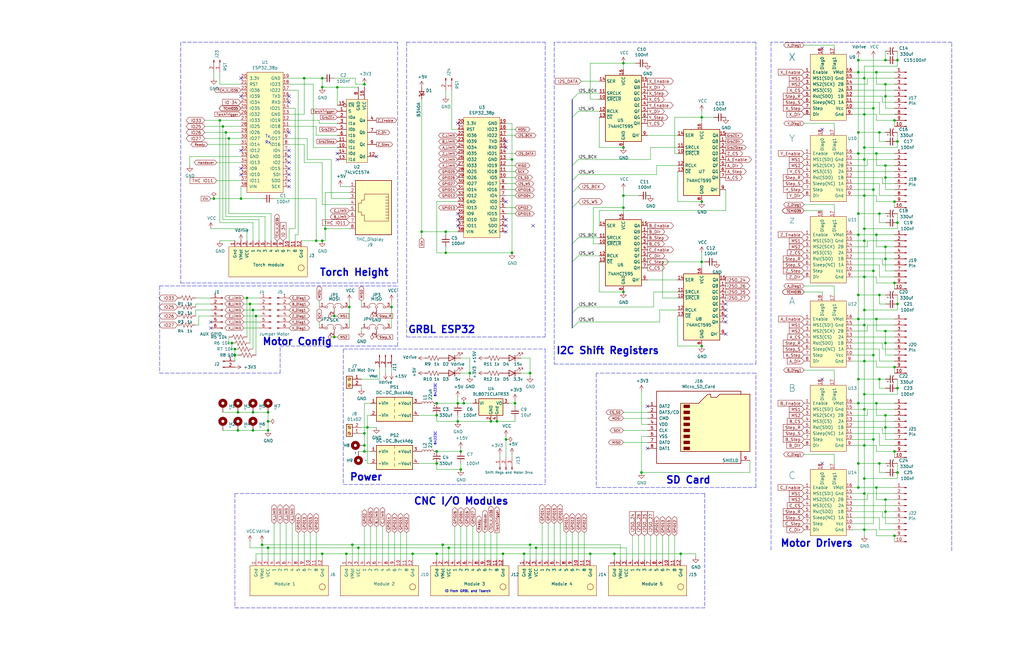
<source format=kicad_sch>
(kicad_sch (version 20211123) (generator eeschema)
  (paper "USLedger")
  (title_block (title "Heath Dring Plasma Controller") (date "2021-01-25") (company "TCJS Design"))
  (junction (at 105.41 128.27))
  (junction (at 361.95 90.17))
  (junction (at 184.15 175.26))
  (junction (at 110.49 229.87))
  (junction (at 364.49 152.4))
  (junction (at 378.46 25.4))
  (junction (at 148.59 229.87))
  (junction (at 100.33 173.99))
  (junction (at 370.84 124.46))
  (junction (at 373.38 144.78))
  (junction (at 378.46 93.98))
  (junction (at 370.84 195.58))
  (junction (at 295.91 110.49))
  (junction (at 373.38 175.26))
  (junction (at 173.99 233.68))
  (junction (at 153.67 182.88))
  (junction (at 215.9 67.31))
  (junction (at 295.91 49.53))
  (junction (at 262.89 62.23))
  (junction (at 226.06 231.14))
  (junction (at 96.52 58.42))
  (junction (at 364.49 33.02))
  (junction (at 93.98 53.34))
  (junction (at 194.31 190.5))
  (junction (at 128.27 33.02))
  (junction (at 153.67 35.56))
  (junction (at 364.49 96.52))
  (junction (at 364.49 116.84))
  (junction (at 106.68 181.61))
  (junction (at 295.91 146.05))
  (junction (at 248.92 233.68))
  (junction (at 377.19 190.5))
  (junction (at 215.9 106.68))
  (junction (at 184.15 190.5))
  (junction (at 373.38 139.7))
  (junction (at 189.23 231.14))
  (junction (at 113.03 231.14))
  (junction (at 369.57 30.48))
  (junction (at 113.03 177.8))
  (junction (at 364.49 166.37))
  (junction (at 377.19 226.06))
  (junction (at 295.91 85.09))
  (junction (at 217.17 170.18))
  (junction (at 361.95 134.62))
  (junction (at 377.19 50.8))
  (junction (at 104.14 125.73))
  (junction (at 135.89 101.6))
  (junction (at 95.25 55.88))
  (junction (at 361.95 124.46))
  (junction (at 373.38 35.56))
  (junction (at 106.68 173.99))
  (junction (at 361.95 205.74))
  (junction (at 369.57 205.74))
  (junction (at 364.49 223.52))
  (junction (at 135.89 33.02))
  (junction (at 368.3 80.01))
  (junction (at 373.38 215.9))
  (junction (at 223.52 229.87))
  (junction (at 370.84 160.02))
  (junction (at 195.58 170.18))
  (junction (at 184.15 170.18))
  (junction (at 154.94 180.34))
  (junction (at 187.96 106.68))
  (junction (at 361.95 30.48))
  (junction (at 373.38 109.22))
  (junction (at 207.01 177.8))
  (junction (at 373.38 40.64))
  (junction (at 147.32 129.54))
  (junction (at 106.68 130.81))
  (junction (at 373.38 210.82))
  (junction (at 364.49 137.16))
  (junction (at 361.95 170.18))
  (junction (at 212.09 233.68))
  (junction (at 107.95 133.35))
  (junction (at 364.49 62.23))
  (junction (at 378.46 199.39))
  (junction (at 113.03 181.61))
  (junction (at 270.51 199.39))
  (junction (at 220.98 233.68))
  (junction (at 377.19 85.09))
  (junction (at 165.1 129.54))
  (junction (at 370.84 90.17))
  (junction (at 133.35 101.6))
  (junction (at 364.49 82.55))
  (junction (at 186.69 229.87))
  (junction (at 368.3 114.3))
  (junction (at 97.79 144.78))
  (junction (at 184.15 195.58))
  (junction (at 262.89 82.55))
  (junction (at 369.57 64.77))
  (junction (at 377.19 119.38))
  (junction (at 373.38 25.4))
  (junction (at 184.15 233.68))
  (junction (at 135.89 36.83))
  (junction (at 364.49 67.31))
  (junction (at 177.8 97.79))
  (junction (at 364.49 101.6))
  (junction (at 361.95 25.4))
  (junction (at 373.38 74.93))
  (junction (at 151.13 231.14))
  (junction (at 377.19 154.94))
  (junction (at 364.49 208.28))
  (junction (at 140.97 142.24))
  (junction (at 146.05 233.68))
  (junction (at 368.3 45.72))
  (junction (at 194.31 198.12))
  (junction (at 364.49 172.72))
  (junction (at 364.49 201.93))
  (junction (at 193.04 177.8))
  (junction (at 368.3 149.86))
  (junction (at 262.89 87.63))
  (junction (at 187.96 97.79))
  (junction (at 378.46 128.27))
  (junction (at 142.24 36.83))
  (junction (at 262.89 26.67))
  (junction (at 373.38 69.85))
  (junction (at 369.57 134.62))
  (junction (at 361.95 195.58))
  (junction (at 361.95 99.06))
  (junction (at 90.17 83.82))
  (junction (at 113.03 173.99))
  (junction (at 364.49 48.26))
  (junction (at 368.3 185.42))
  (junction (at 100.33 181.61))
  (junction (at 361.95 64.77))
  (junction (at 223.52 157.48))
  (junction (at 287.02 233.68))
  (junction (at 140.97 133.35))
  (junction (at 137.16 96.52))
  (junction (at 193.04 170.18))
  (junction (at 361.95 160.02))
  (junction (at 101.6 83.82))
  (junction (at 198.12 157.48))
  (junction (at 213.36 185.42))
  (junction (at 92.71 50.8))
  (junction (at 153.67 187.96))
  (junction (at 262.89 123.19))
  (junction (at 153.67 190.5))
  (junction (at 369.57 99.06))
  (junction (at 361.95 55.88))
  (junction (at 373.38 180.34))
  (junction (at 378.46 163.83))
  (junction (at 99.06 149.86))
  (junction (at 99.06 147.32))
  (junction (at 209.55 177.8))
  (junction (at 135.89 233.68))
  (junction (at 373.38 104.14))
  (junction (at 378.46 59.69))
  (junction (at 369.57 170.18))
  (junction (at 364.49 130.81))
  (junction (at 259.08 233.68))
  (junction (at 364.49 187.96))
  (junction (at 370.84 55.88))
  (no_connect (at 213.36 85.09))
  (no_connect (at 101.6 63.5))
  (no_connect (at 346.71 54.61))
  (no_connect (at 88.9 135.89))
  (no_connect (at 193.04 90.17))
  (no_connect (at 273.05 189.23))
  (no_connect (at 193.04 52.07))
  (no_connect (at 213.36 97.79))
  (no_connect (at 213.36 62.23))
  (no_connect (at 121.92 78.74))
  (no_connect (at 101.6 40.64))
  (no_connect (at 193.04 92.71))
  (no_connect (at 193.04 95.25))
  (no_connect (at 121.92 40.64))
  (no_connect (at 121.92 43.18))
  (no_connect (at 101.6 73.66))
  (no_connect (at 121.92 71.12))
  (no_connect (at 101.6 71.12))
  (no_connect (at 142.24 64.77))
  (no_connect (at 158.75 66.04))
  (no_connect (at 121.92 63.5))
  (no_connect (at 306.07 140.97))
  (no_connect (at 346.71 195.58))
  (no_connect (at 306.07 133.35))
  (no_connect (at 306.07 128.27))
  (no_connect (at 213.36 92.71))
  (no_connect (at 121.92 55.88))
  (no_connect (at 213.36 59.69))
  (no_connect (at 224.79 95.25))
  (no_connect (at 121.92 66.04))
  (no_connect (at 121.92 76.2))
  (no_connect (at 121.92 68.58))
  (no_connect (at 121.92 73.66))
  (no_connect (at 346.71 20.32))
  (no_connect (at 273.05 171.45))
  (no_connect (at 306.07 135.89))
  (no_connect (at 213.36 95.25))
  (no_connect (at 142.24 67.31))
  (no_connect (at 306.07 130.81))
  (no_connect (at 101.6 33.02))
  (no_connect (at 346.71 160.02))
  (no_connect (at 88.9 138.43))
  (bus_entry (at 241.3 132.08) (size 2.54 -2.54))
  (bus_entry (at 241.3 41.91) (size 2.54 -2.54))
  (bus_entry (at 241.3 102.87) (size 2.54 -2.54))
  (bus_entry (at 241.3 138.43) (size 2.54 -2.54))
  (bus_entry (at 241.3 81.28) (size 2.54 -2.54))
  (bus_entry (at 241.3 49.53) (size 2.54 -2.54))
  (bus_entry (at 241.3 87.63) (size 2.54 -2.54))
  (bus_entry (at 241.3 110.49) (size 2.54 -2.54))
  (bus_entry (at 241.3 69.85) (size 2.54 -2.54))
  (bus_entry (at 241.3 76.2) (size 2.54 -2.54))
  (wire (pts (xy 213.36 87.63) (xy 217.17 87.63)))
  (wire (pts (xy 361.95 170.18) (xy 361.95 160.02)))
  (wire (pts (xy 213.36 82.55) (xy 217.17 82.55)))
  (wire (pts (xy 372.11 43.18) (xy 377.19 43.18)))
  (wire (pts (xy 82.55 129.54) (xy 82.55 128.27)))
  (wire (pts (xy 373.38 215.9) (xy 373.38 220.98)))
  (polyline (pts (xy 67.31 157.48) (xy 118.11 157.48)))
  (wire (pts (xy 153.67 170.18) (xy 153.67 182.88)))
  (wire (pts (xy 378.46 59.69) (xy 378.46 62.23)))
  (wire (pts (xy 369.57 50.8) (xy 369.57 48.26)))
  (wire (pts (xy 377.19 69.85) (xy 373.38 69.85)))
  (wire (pts (xy 269.24 226.06) (xy 269.24 236.22)))
  (wire (pts (xy 368.3 45.72) (xy 368.3 80.01)))
  (wire (pts (xy 378.46 25.4) (xy 378.46 27.94)))
  (wire (pts (xy 359.41 220.98) (xy 368.3 220.98)))
  (wire (pts (xy 215.9 67.31) (xy 215.9 106.68)))
  (wire (pts (xy 139.7 67.31) (xy 139.7 83.82)))
  (wire (pts (xy 102.87 128.27) (xy 105.41 128.27)))
  (wire (pts (xy 186.69 236.22) (xy 186.69 229.87)))
  (wire (pts (xy 215.9 52.07) (xy 215.9 67.31)))
  (wire (pts (xy 274.32 67.31) (xy 274.32 62.23)))
  (wire (pts (xy 115.57 83.82) (xy 133.35 83.82)))
  (wire (pts (xy 189.23 231.14) (xy 226.06 231.14)))
  (wire (pts (xy 378.46 166.37) (xy 364.49 166.37)))
  (wire (pts (xy 372.11 180.34) (xy 372.11 182.88)))
  (polyline (pts (xy 76.2 119.38) (xy 167.64 119.38)))
  (wire (pts (xy 243.84 46.99) (xy 252.73 46.99)))
  (wire (pts (xy 359.41 106.68) (xy 377.19 106.68)))
  (wire (pts (xy 370.84 59.69) (xy 370.84 55.88)))
  (wire (pts (xy 365.76 208.28) (xy 377.19 208.28)))
  (wire (pts (xy 369.57 175.26) (xy 373.38 175.26)))
  (wire (pts (xy 364.49 116.84) (xy 364.49 101.6)))
  (wire (pts (xy 194.31 157.48) (xy 198.12 157.48)))
  (wire (pts (xy 377.19 87.63) (xy 377.19 85.09)))
  (wire (pts (xy 128.27 224.79) (xy 128.27 236.22)))
  (wire (pts (xy 274.32 62.23) (xy 285.75 62.23)))
  (wire (pts (xy 128.27 68.58) (xy 135.89 68.58)))
  (wire (pts (xy 365.76 210.82) (xy 365.76 208.28)))
  (wire (pts (xy 95.25 55.88) (xy 86.36 55.88)))
  (wire (pts (xy 107.95 149.86) (xy 107.95 133.35)))
  (wire (pts (xy 378.46 199.39) (xy 378.46 201.93)))
  (wire (pts (xy 156.21 175.26) (xy 154.94 175.26)))
  (wire (pts (xy 262.89 176.53) (xy 273.05 176.53)))
  (wire (pts (xy 154.94 180.34) (xy 158.75 180.34)))
  (wire (pts (xy 184.15 177.8) (xy 193.04 177.8)))
  (wire (pts (xy 351.79 124.46) (xy 351.79 120.65)))
  (wire (pts (xy 90.17 83.82) (xy 101.6 83.82)))
  (wire (pts (xy 176.53 195.58) (xy 184.15 195.58)))
  (wire (pts (xy 104.14 96.52) (xy 104.14 101.6)))
  (bus (pts (xy 241.3 76.2) (xy 241.3 81.28)))
  (wire (pts (xy 193.04 170.18) (xy 195.58 170.18)))
  (wire (pts (xy 361.95 99.06) (xy 361.95 90.17)))
  (wire (pts (xy 262.89 82.55) (xy 262.89 87.63)))
  (wire (pts (xy 133.35 53.34) (xy 133.35 57.15)))
  (wire (pts (xy 102.87 135.89) (xy 109.22 135.89)))
  (wire (pts (xy 365.76 175.26) (xy 365.76 172.72)))
  (wire (pts (xy 372.11 109.22) (xy 372.11 111.76)))
  (wire (pts (xy 125.73 99.06) (xy 124.46 99.06)))
  (wire (pts (xy 153.67 182.88) (xy 153.67 187.96)))
  (wire (pts (xy 217.17 171.45) (xy 217.17 170.18)))
  (wire (pts (xy 186.69 229.87) (xy 223.52 229.87)))
  (wire (pts (xy 189.23 236.22) (xy 189.23 231.14)))
  (wire (pts (xy 370.84 55.88) (xy 361.95 55.88)))
  (wire (pts (xy 364.49 166.37) (xy 364.49 172.72)))
  (wire (pts (xy 377.19 85.09) (xy 369.57 85.09)))
  (wire (pts (xy 215.9 193.04) (xy 215.9 191.77)))
  (wire (pts (xy 151.13 231.14) (xy 189.23 231.14)))
  (wire (pts (xy 359.41 172.72) (xy 364.49 172.72)))
  (wire (pts (xy 372.11 144.78) (xy 372.11 147.32)))
  (wire (pts (xy 377.19 228.6) (xy 377.19 226.06)))
  (wire (pts (xy 140.97 33.02) (xy 149.86 33.02)))
  (wire (pts (xy 359.41 38.1) (xy 377.19 38.1)))
  (wire (pts (xy 217.17 170.18) (xy 217.17 168.91)))
  (wire (pts (xy 262.89 80.01) (xy 262.89 82.55)))
  (wire (pts (xy 125.73 224.79) (xy 125.73 236.22)))
  (wire (pts (xy 152.4 163.83) (xy 152.4 162.56)))
  (wire (pts (xy 152.4 182.88) (xy 153.67 182.88)))
  (wire (pts (xy 284.48 49.53) (xy 295.91 49.53)))
  (wire (pts (xy 252.73 95.25) (xy 252.73 88.9)))
  (wire (pts (xy 135.89 33.02) (xy 135.89 36.83)))
  (wire (pts (xy 281.94 226.06) (xy 281.94 236.22)))
  (wire (pts (xy 92.71 93.98) (xy 106.68 93.98)))
  (wire (pts (xy 359.41 30.48) (xy 361.95 30.48)))
  (wire (pts (xy 177.8 97.79) (xy 177.8 100.33)))
  (wire (pts (xy 369.57 170.18) (xy 377.19 170.18)))
  (wire (pts (xy 364.49 226.06) (xy 364.49 223.52)))
  (wire (pts (xy 377.19 154.94) (xy 369.57 154.94)))
  (wire (pts (xy 96.52 58.42) (xy 96.52 90.17)))
  (wire (pts (xy 275.59 129.54) (xy 275.59 123.19)))
  (wire (pts (xy 370.84 93.98) (xy 370.84 90.17)))
  (wire (pts (xy 361.95 64.77) (xy 369.57 64.77)))
  (wire (pts (xy 264.16 236.22) (xy 264.16 231.14)))
  (wire (pts (xy 92.71 35.56) (xy 92.71 30.48)))
  (wire (pts (xy 370.84 77.47) (xy 370.84 82.55)))
  (wire (pts (xy 154.94 180.34) (xy 154.94 195.58)))
  (wire (pts (xy 369.57 69.85) (xy 369.57 64.77)))
  (wire (pts (xy 364.49 96.52) (xy 364.49 101.6)))
  (wire (pts (xy 248.92 26.67) (xy 262.89 26.67)))
  (polyline (pts (xy 144.78 147.32) (xy 144.78 204.47)))
  (wire (pts (xy 370.84 163.83) (xy 370.84 160.02)))
  (wire (pts (xy 295.91 52.07) (xy 295.91 49.53)))
  (wire (pts (xy 270.51 184.15) (xy 270.51 199.39)))
  (wire (pts (xy 364.49 152.4) (xy 364.49 166.37)))
  (wire (pts (xy 106.68 130.81) (xy 109.22 130.81)))
  (wire (pts (xy 261.62 229.87) (xy 261.62 236.22)))
  (wire (pts (xy 373.38 139.7) (xy 377.19 139.7)))
  (wire (pts (xy 369.57 170.18) (xy 369.57 175.26)))
  (wire (pts (xy 300.99 49.53) (xy 295.91 49.53)))
  (wire (pts (xy 92.71 50.8) (xy 86.36 50.8)))
  (wire (pts (xy 121.92 38.1) (xy 125.73 38.1)))
  (bus (pts (xy 241.3 102.87) (xy 241.3 110.49)))
  (wire (pts (xy 364.49 62.23) (xy 364.49 67.31)))
  (wire (pts (xy 102.87 130.81) (xy 106.68 130.81)))
  (wire (pts (xy 359.41 114.3) (xy 368.3 114.3)))
  (wire (pts (xy 370.84 124.46) (xy 361.95 124.46)))
  (wire (pts (xy 121.92 48.26) (xy 128.27 48.26)))
  (wire (pts (xy 165.1 138.43) (xy 165.1 129.54)))
  (wire (pts (xy 373.38 74.93) (xy 373.38 69.85)))
  (wire (pts (xy 149.86 35.56) (xy 153.67 35.56)))
  (wire (pts (xy 370.84 147.32) (xy 370.84 152.4)))
  (wire (pts (xy 152.4 139.7) (xy 152.4 138.43)))
  (wire (pts (xy 143.51 78.74) (xy 147.32 78.74)))
  (wire (pts (xy 128.27 48.26) (xy 128.27 33.02)))
  (wire (pts (xy 365.76 172.72) (xy 377.19 172.72)))
  (wire (pts (xy 369.57 152.4) (xy 364.49 152.4)))
  (wire (pts (xy 140.97 133.35) (xy 142.24 133.35)))
  (wire (pts (xy 273.05 118.11) (xy 285.75 118.11)))
  (wire (pts (xy 351.79 20.32) (xy 351.79 19.05)))
  (polyline (pts (xy 171.45 17.78) (xy 229.87 17.78)))
  (wire (pts (xy 99.06 147.32) (xy 99.06 149.86)))
  (wire (pts (xy 306.07 88.9) (xy 306.07 80.01)))
  (bus (pts (xy 241.3 81.28) (xy 241.3 87.63)))
  (wire (pts (xy 369.57 223.52) (xy 364.49 223.52)))
  (wire (pts (xy 373.38 180.34) (xy 373.38 185.42)))
  (wire (pts (xy 209.55 224.79) (xy 209.55 236.22)))
  (wire (pts (xy 368.3 80.01) (xy 368.3 114.3)))
  (wire (pts (xy 295.91 113.03) (xy 295.91 110.49)))
  (wire (pts (xy 369.57 134.62) (xy 377.19 134.62)))
  (wire (pts (xy 378.46 201.93) (xy 364.49 201.93)))
  (wire (pts (xy 359.41 142.24) (xy 377.19 142.24)))
  (wire (pts (xy 369.57 85.09) (xy 369.57 82.55)))
  (wire (pts (xy 173.99 233.68) (xy 184.15 233.68)))
  (wire (pts (xy 121.92 33.02) (xy 128.27 33.02)))
  (wire (pts (xy 369.57 48.26) (xy 364.49 48.26)))
  (polyline (pts (xy 144.78 147.32) (xy 229.87 147.32)))
  (wire (pts (xy 373.38 109.22) (xy 377.19 109.22)))
  (wire (pts (xy 377.19 80.01) (xy 373.38 80.01)))
  (wire (pts (xy 213.36 54.61) (xy 217.17 54.61)))
  (wire (pts (xy 377.19 40.64) (xy 373.38 40.64)))
  (wire (pts (xy 190.5 38.1) (xy 190.5 54.61)))
  (wire (pts (xy 213.36 77.47) (xy 217.17 77.47)))
  (wire (pts (xy 370.84 111.76) (xy 370.84 116.84)))
  (wire (pts (xy 364.49 223.52) (xy 364.49 208.28)))
  (wire (pts (xy 102.87 133.35) (xy 107.95 133.35)))
  (wire (pts (xy 351.79 88.9) (xy 351.79 86.36)))
  (wire (pts (xy 359.41 48.26) (xy 364.49 48.26)))
  (wire (pts (xy 196.85 222.25) (xy 196.85 236.22)))
  (wire (pts (xy 101.6 55.88) (xy 95.25 55.88)))
  (wire (pts (xy 100.33 181.61) (xy 93.98 181.61)))
  (polyline (pts (xy 233.68 153.67) (xy 318.77 153.67)))
  (wire (pts (xy 194.31 198.12) (xy 194.31 195.58)))
  (wire (pts (xy 246.38 224.79) (xy 246.38 236.22)))
  (wire (pts (xy 83.82 137.16) (xy 83.82 133.35)))
  (wire (pts (xy 373.38 180.34) (xy 377.19 180.34)))
  (wire (pts (xy 361.95 99.06) (xy 369.57 99.06)))
  (wire (pts (xy 359.41 116.84) (xy 364.49 116.84)))
  (wire (pts (xy 95.25 91.44) (xy 111.76 91.44)))
  (wire (pts (xy 279.4 125.73) (xy 279.4 110.49)))
  (wire (pts (xy 156.21 170.18) (xy 153.67 170.18)))
  (wire (pts (xy 96.52 144.78) (xy 97.79 144.78)))
  (wire (pts (xy 378.46 166.37) (xy 378.46 163.83)))
  (wire (pts (xy 184.15 198.12) (xy 194.31 198.12)))
  (wire (pts (xy 361.95 25.4) (xy 361.95 30.48)))
  (wire (pts (xy 361.95 134.62) (xy 361.95 124.46)))
  (wire (pts (xy 161.29 222.25) (xy 161.29 236.22)))
  (wire (pts (xy 377.19 50.8) (xy 369.57 50.8)))
  (wire (pts (xy 133.35 57.15) (xy 142.24 57.15)))
  (wire (pts (xy 82.55 133.35) (xy 82.55 130.81)))
  (wire (pts (xy 359.41 69.85) (xy 365.76 69.85)))
  (wire (pts (xy 101.6 35.56) (xy 92.71 35.56)))
  (wire (pts (xy 147.32 129.54) (xy 147.32 127)))
  (wire (pts (xy 148.59 236.22) (xy 148.59 229.87)))
  (wire (pts (xy 364.49 130.81) (xy 364.49 137.16)))
  (bus (pts (xy 241.3 110.49) (xy 241.3 132.08)))
  (wire (pts (xy 365.76 104.14) (xy 365.76 101.6)))
  (wire (pts (xy 373.38 220.98) (xy 377.19 220.98)))
  (wire (pts (xy 109.22 92.71) (xy 109.22 101.6)))
  (wire (pts (xy 201.93 224.79) (xy 201.93 236.22)))
  (wire (pts (xy 176.53 175.26) (xy 184.15 175.26)))
  (wire (pts (xy 373.38 175.26) (xy 373.38 180.34)))
  (wire (pts (xy 378.46 160.02) (xy 378.46 163.83)))
  (wire (pts (xy 147.32 96.52) (xy 137.16 96.52)))
  (wire (pts (xy 365.76 67.31) (xy 377.19 67.31)))
  (wire (pts (xy 369.57 187.96) (xy 364.49 187.96)))
  (wire (pts (xy 228.6 220.98) (xy 228.6 236.22)))
  (wire (pts (xy 102.87 138.43) (xy 109.22 138.43)))
  (wire (pts (xy 373.38 149.86) (xy 377.19 149.86)))
  (wire (pts (xy 213.36 90.17) (xy 217.17 90.17)))
  (wire (pts (xy 359.41 177.8) (xy 377.19 177.8)))
  (wire (pts (xy 195.58 170.18) (xy 199.39 170.18)))
  (wire (pts (xy 212.09 233.68) (xy 220.98 233.68)))
  (wire (pts (xy 284.48 64.77) (xy 284.48 49.53)))
  (wire (pts (xy 184.15 190.5) (xy 194.31 190.5)))
  (wire (pts (xy 152.4 160.02) (xy 160.02 160.02)))
  (wire (pts (xy 359.41 152.4) (xy 364.49 152.4)))
  (wire (pts (xy 111.76 91.44) (xy 111.76 101.6)))
  (wire (pts (xy 184.15 233.68) (xy 212.09 233.68)))
  (wire (pts (xy 373.38 80.01) (xy 373.38 74.93)))
  (wire (pts (xy 368.3 24.13) (xy 368.3 45.72)))
  (wire (pts (xy 114.3 90.17) (xy 114.3 101.6)))
  (wire (pts (xy 173.99 236.22) (xy 173.99 233.68)))
  (wire (pts (xy 364.49 48.26) (xy 364.49 33.02)))
  (wire (pts (xy 184.15 106.68) (xy 187.96 106.68)))
  (wire (pts (xy 166.37 224.79) (xy 166.37 236.22)))
  (wire (pts (xy 213.36 74.93) (xy 217.17 74.93)))
  (wire (pts (xy 369.57 226.06) (xy 369.57 223.52)))
  (wire (pts (xy 121.92 60.96) (xy 128.27 60.96)))
  (wire (pts (xy 245.11 34.29) (xy 252.73 34.29)))
  (polyline (pts (xy 229.87 147.32) (xy 229.87 204.47)))
  (wire (pts (xy 364.49 201.93) (xy 364.49 208.28)))
  (wire (pts (xy 351.79 19.05) (xy 339.09 19.05)))
  (wire (pts (xy 113.03 177.8) (xy 113.03 181.61)))
  (wire (pts (xy 359.41 180.34) (xy 372.11 180.34)))
  (wire (pts (xy 378.46 90.17) (xy 378.46 93.98)))
  (wire (pts (xy 372.11 111.76) (xy 377.19 111.76)))
  (polyline (pts (xy 325.12 17.78) (xy 325.12 232.41)))
  (wire (pts (xy 373.38 59.69) (xy 370.84 59.69)))
  (wire (pts (xy 83.82 133.35) (xy 88.9 133.35)))
  (wire (pts (xy 101.6 53.34) (xy 93.98 53.34)))
  (wire (pts (xy 121.92 50.8) (xy 134.62 50.8)))
  (polyline (pts (xy 318.77 153.67) (xy 318.77 17.78)))
  (wire (pts (xy 213.36 52.07) (xy 215.9 52.07)))
  (wire (pts (xy 250.19 102.87) (xy 252.73 102.87)))
  (wire (pts (xy 121.92 96.52) (xy 121.92 101.6)))
  (wire (pts (xy 359.41 175.26) (xy 365.76 175.26)))
  (wire (pts (xy 106.68 173.99) (xy 113.03 173.99)))
  (wire (pts (xy 147.32 138.43) (xy 147.32 129.54)))
  (wire (pts (xy 364.49 187.96) (xy 364.49 201.93)))
  (wire (pts (xy 146.05 236.22) (xy 146.05 233.68)))
  (wire (pts (xy 243.84 129.54) (xy 275.59 129.54)))
  (wire (pts (xy 373.38 69.85) (xy 369.57 69.85)))
  (wire (pts (xy 133.35 224.79) (xy 133.35 236.22)))
  (wire (pts (xy 373.38 128.27) (xy 370.84 128.27)))
  (wire (pts (xy 359.41 111.76) (xy 370.84 111.76)))
  (wire (pts (xy 121.92 35.56) (xy 132.08 35.56)))
  (wire (pts (xy 370.84 116.84) (xy 377.19 116.84)))
  (wire (pts (xy 377.19 226.06) (xy 369.57 226.06)))
  (wire (pts (xy 373.38 163.83) (xy 370.84 163.83)))
  (wire (pts (xy 339.09 156.21) (xy 351.79 156.21)))
  (wire (pts (xy 146.05 233.68) (xy 173.99 233.68)))
  (wire (pts (xy 373.38 114.3) (xy 377.19 114.3)))
  (wire (pts (xy 193.04 170.18) (xy 193.04 167.64)))
  (wire (pts (xy 104.14 125.73) (xy 109.22 125.73)))
  (wire (pts (xy 177.8 97.79) (xy 177.8 41.91)))
  (wire (pts (xy 223.52 157.48) (xy 223.52 158.75)))
  (wire (pts (xy 351.79 52.07) (xy 339.09 52.07)))
  (wire (pts (xy 373.38 144.78) (xy 373.38 149.86)))
  (wire (pts (xy 134.62 50.8) (xy 134.62 52.07)))
  (wire (pts (xy 339.09 191.77) (xy 351.79 191.77)))
  (polyline (pts (xy 99.06 208.28) (xy 99.06 256.54)))
  (wire (pts (xy 214.63 170.18) (xy 217.17 170.18)))
  (wire (pts (xy 279.4 226.06) (xy 279.4 236.22)))
  (wire (pts (xy 151.13 236.22) (xy 151.13 231.14)))
  (wire (pts (xy 115.57 236.22) (xy 115.57 220.98)))
  (polyline (pts (xy 171.45 17.78) (xy 171.45 142.24)))
  (wire (pts (xy 270.51 199.39) (xy 316.23 199.39)))
  (wire (pts (xy 359.41 134.62) (xy 361.95 134.62)))
  (wire (pts (xy 223.52 236.22) (xy 223.52 229.87)))
  (wire (pts (xy 361.95 30.48) (xy 369.57 30.48)))
  (wire (pts (xy 378.46 96.52) (xy 364.49 96.52)))
  (wire (pts (xy 207.01 224.79) (xy 207.01 236.22)))
  (wire (pts (xy 369.57 139.7) (xy 373.38 139.7)))
  (wire (pts (xy 361.95 90.17) (xy 361.95 64.77)))
  (wire (pts (xy 97.79 147.32) (xy 99.06 147.32)))
  (wire (pts (xy 262.89 173.99) (xy 273.05 173.99)))
  (wire (pts (xy 184.15 236.22) (xy 184.15 233.68)))
  (wire (pts (xy 351.79 195.58) (xy 351.79 191.77)))
  (wire (pts (xy 184.15 85.09) (xy 193.04 85.09)))
  (wire (pts (xy 107.95 233.68) (xy 135.89 233.68)))
  (wire (pts (xy 113.03 231.14) (xy 105.41 231.14)))
  (wire (pts (xy 219.71 151.13) (xy 223.52 151.13)))
  (wire (pts (xy 165.1 154.94) (xy 165.1 157.48)))
  (wire (pts (xy 373.38 124.46) (xy 370.84 124.46)))
  (wire (pts (xy 373.38 104.14) (xy 373.38 109.22)))
  (wire (pts (xy 279.4 110.49) (xy 295.91 110.49)))
  (wire (pts (xy 87.63 60.96) (xy 101.6 60.96)))
  (wire (pts (xy 377.19 119.38) (xy 369.57 119.38)))
  (wire (pts (xy 378.46 55.88) (xy 378.46 59.69)))
  (wire (pts (xy 92.71 50.8) (xy 92.71 93.98)))
  (wire (pts (xy 129.54 67.31) (xy 139.7 67.31)))
  (wire (pts (xy 359.41 99.06) (xy 361.95 99.06)))
  (wire (pts (xy 184.15 195.58) (xy 184.15 198.12)))
  (wire (pts (xy 359.41 208.28) (xy 364.49 208.28)))
  (wire (pts (xy 377.19 53.34) (xy 377.19 50.8)))
  (polyline (pts (xy 401.32 232.41) (xy 401.32 17.78)))
  (wire (pts (xy 213.36 64.77) (xy 217.17 64.77)))
  (wire (pts (xy 278.13 135.89) (xy 278.13 130.81)))
  (wire (pts (xy 130.81 224.79) (xy 130.81 236.22)))
  (polyline (pts (xy 251.46 157.48) (xy 251.46 205.74)))
  (wire (pts (xy 369.57 104.14) (xy 373.38 104.14)))
  (wire (pts (xy 96.52 142.24) (xy 96.52 144.78)))
  (wire (pts (xy 370.84 152.4) (xy 377.19 152.4)))
  (wire (pts (xy 361.95 64.77) (xy 361.95 55.88)))
  (wire (pts (xy 365.76 69.85) (xy 365.76 67.31)))
  (bus (pts (xy 241.3 41.91) (xy 241.3 49.53)))
  (wire (pts (xy 231.14 220.98) (xy 231.14 236.22)))
  (wire (pts (xy 152.4 129.54) (xy 152.4 127)))
  (wire (pts (xy 373.38 109.22) (xy 373.38 114.3)))
  (wire (pts (xy 213.36 72.39) (xy 217.17 72.39)))
  (wire (pts (xy 252.73 49.53) (xy 252.73 62.23)))
  (wire (pts (xy 370.84 187.96) (xy 377.19 187.96)))
  (wire (pts (xy 370.84 223.52) (xy 377.19 223.52)))
  (wire (pts (xy 104.14 142.24) (xy 104.14 125.73)))
  (wire (pts (xy 372.11 147.32) (xy 377.19 147.32)))
  (wire (pts (xy 295.91 106.68) (xy 295.91 110.49)))
  (wire (pts (xy 359.41 139.7) (xy 365.76 139.7)))
  (wire (pts (xy 359.41 223.52) (xy 364.49 223.52)))
  (wire (pts (xy 365.76 101.6) (xy 377.19 101.6)))
  (wire (pts (xy 370.84 160.02) (xy 361.95 160.02)))
  (wire (pts (xy 285.75 64.77) (xy 284.48 64.77)))
  (wire (pts (xy 285.75 72.39) (xy 285.75 85.09)))
  (wire (pts (xy 213.36 184.15) (xy 213.36 185.42)))
  (wire (pts (xy 238.76 224.79) (xy 238.76 236.22)))
  (wire (pts (xy 370.84 195.58) (xy 361.95 195.58)))
  (wire (pts (xy 370.84 182.88) (xy 370.84 187.96)))
  (wire (pts (xy 88.9 96.52) (xy 104.14 96.52)))
  (wire (pts (xy 102.87 125.73) (xy 104.14 125.73)))
  (wire (pts (xy 93.98 53.34) (xy 86.36 53.34)))
  (wire (pts (xy 278.13 130.81) (xy 285.75 130.81)))
  (wire (pts (xy 121.92 45.72) (xy 124.46 45.72)))
  (polyline (pts (xy 144.78 204.47) (xy 229.87 204.47)))
  (wire (pts (xy 243.84 135.89) (xy 278.13 135.89)))
  (wire (pts (xy 273.05 57.15) (xy 285.75 57.15)))
  (wire (pts (xy 101.6 50.8) (xy 92.71 50.8)))
  (bus (pts (xy 241.3 87.63) (xy 241.3 102.87)))
  (wire (pts (xy 369.57 82.55) (xy 364.49 82.55)))
  (wire (pts (xy 220.98 233.68) (xy 248.92 233.68)))
  (wire (pts (xy 88.9 83.82) (xy 90.17 83.82)))
  (wire (pts (xy 259.08 233.68) (xy 287.02 233.68)))
  (wire (pts (xy 153.67 190.5) (xy 156.21 190.5)))
  (wire (pts (xy 377.19 193.04) (xy 377.19 190.5)))
  (wire (pts (xy 151.13 190.5) (xy 153.67 190.5)))
  (polyline (pts (xy 401.32 17.78) (xy 325.12 17.78)))
  (wire (pts (xy 105.41 231.14) (xy 105.41 228.6)))
  (wire (pts (xy 372.11 40.64) (xy 372.11 43.18)))
  (wire (pts (xy 187.96 99.06) (xy 187.96 97.79)))
  (polyline (pts (xy 171.45 142.24) (xy 229.87 142.24)))
  (wire (pts (xy 101.6 78.74) (xy 101.6 83.82)))
  (wire (pts (xy 99.06 149.86) (xy 99.06 152.4)))
  (wire (pts (xy 142.24 36.83) (xy 151.13 36.83)))
  (wire (pts (xy 361.95 205.74) (xy 369.57 205.74)))
  (wire (pts (xy 135.89 68.58) (xy 135.89 86.36)))
  (polyline (pts (xy 318.77 17.78) (xy 233.68 17.78)))
  (wire (pts (xy 262.89 26.67) (xy 267.97 26.67)))
  (wire (pts (xy 346.71 123.19) (xy 346.71 124.46)))
  (wire (pts (xy 194.31 151.13) (xy 198.12 151.13)))
  (wire (pts (xy 262.89 87.63) (xy 250.19 87.63)))
  (wire (pts (xy 372.11 215.9) (xy 372.11 218.44)))
  (wire (pts (xy 373.38 199.39) (xy 370.84 199.39)))
  (wire (pts (xy 107.95 236.22) (xy 107.95 233.68)))
  (wire (pts (xy 373.38 139.7) (xy 373.38 144.78)))
  (wire (pts (xy 370.84 48.26) (xy 377.19 48.26)))
  (wire (pts (xy 140.97 142.24) (xy 142.24 142.24)))
  (polyline (pts (xy 229.87 142.24) (xy 229.87 17.78)))
  (wire (pts (xy 351.79 160.02) (xy 351.79 156.21)))
  (wire (pts (xy 128.27 33.02) (xy 135.89 33.02)))
  (wire (pts (xy 364.49 82.55) (xy 364.49 67.31)))
  (wire (pts (xy 139.7 83.82) (xy 147.32 83.82)))
  (wire (pts (xy 213.36 69.85) (xy 217.17 69.85)))
  (bus (pts (xy 241.3 132.08) (xy 241.3 138.43)))
  (wire (pts (xy 135.89 86.36) (xy 147.32 86.36)))
  (wire (pts (xy 295.91 110.49) (xy 297.18 110.49)))
  (wire (pts (xy 361.95 134.62) (xy 369.57 134.62)))
  (wire (pts (xy 171.45 224.79) (xy 171.45 236.22)))
  (wire (pts (xy 373.38 40.64) (xy 373.38 35.56)))
  (wire (pts (xy 276.86 226.06) (xy 276.86 236.22)))
  (wire (pts (xy 142.24 36.83) (xy 135.89 36.83)))
  (wire (pts (xy 91.44 76.2) (xy 101.6 76.2)))
  (wire (pts (xy 372.11 182.88) (xy 377.19 182.88)))
  (wire (pts (xy 128.27 60.96) (xy 128.27 68.58)))
  (wire (pts (xy 194.31 222.25) (xy 194.31 236.22)))
  (wire (pts (xy 243.84 224.79) (xy 243.84 236.22)))
  (wire (pts (xy 373.38 55.88) (xy 370.84 55.88)))
  (wire (pts (xy 213.36 185.42) (xy 213.36 193.04)))
  (wire (pts (xy 129.54 58.42) (xy 129.54 67.31)))
  (wire (pts (xy 378.46 124.46) (xy 378.46 128.27)))
  (polyline (pts (xy 167.64 119.38) (xy 167.64 17.78)))
  (wire (pts (xy 364.49 48.26) (xy 364.49 62.23)))
  (polyline (pts (xy 233.68 17.78) (xy 233.68 153.67)))
  (wire (pts (xy 82.55 128.27) (xy 88.9 128.27)))
  (wire (pts (xy 236.22 220.98) (xy 236.22 236.22)))
  (polyline (pts (xy 318.77 205.74) (xy 318.77 157.48)))
  (wire (pts (xy 285.75 85.09) (xy 295.91 85.09)))
  (wire (pts (xy 372.11 77.47) (xy 377.19 77.47)))
  (wire (pts (xy 359.41 64.77) (xy 361.95 64.77)))
  (wire (pts (xy 370.84 128.27) (xy 370.84 124.46)))
  (wire (pts (xy 377.19 190.5) (xy 369.57 190.5)))
  (wire (pts (xy 364.49 152.4) (xy 364.49 137.16)))
  (wire (pts (xy 209.55 177.8) (xy 217.17 177.8)))
  (wire (pts (xy 359.41 80.01) (xy 368.3 80.01)))
  (wire (pts (xy 361.95 160.02) (xy 361.95 134.62)))
  (wire (pts (xy 163.83 224.79) (xy 163.83 236.22)))
  (polyline (pts (xy 318.77 157.48) (xy 251.46 157.48)))
  (wire (pts (xy 105.41 144.78) (xy 105.41 128.27)))
  (wire (pts (xy 213.36 57.15) (xy 217.17 57.15)))
  (bus (pts (xy 241.3 69.85) (xy 241.3 76.2)))
  (wire (pts (xy 82.55 130.81) (xy 88.9 130.81)))
  (wire (pts (xy 369.57 99.06) (xy 377.19 99.06)))
  (wire (pts (xy 378.46 195.58) (xy 378.46 199.39)))
  (wire (pts (xy 198.12 151.13) (xy 198.12 157.48)))
  (wire (pts (xy 377.19 121.92) (xy 377.19 119.38)))
  (polyline (pts (xy 118.11 157.48) (xy 118.11 146.05)))
  (wire (pts (xy 101.6 58.42) (xy 96.52 58.42)))
  (wire (pts (xy 359.41 213.36) (xy 377.19 213.36)))
  (wire (pts (xy 226.06 236.22) (xy 226.06 231.14)))
  (wire (pts (xy 361.95 195.58) (xy 361.95 170.18)))
  (wire (pts (xy 359.41 187.96) (xy 364.49 187.96)))
  (wire (pts (xy 118.11 236.22) (xy 118.11 220.98)))
  (wire (pts (xy 184.15 175.26) (xy 184.15 177.8)))
  (wire (pts (xy 187.96 106.68) (xy 215.9 106.68)))
  (polyline (pts (xy 297.18 208.28) (xy 99.06 208.28)))
  (wire (pts (xy 271.78 226.06) (xy 271.78 236.22)))
  (wire (pts (xy 243.84 39.37) (xy 252.73 39.37)))
  (wire (pts (xy 285.75 146.05) (xy 295.91 146.05)))
  (wire (pts (xy 96.52 58.42) (xy 86.36 58.42)))
  (wire (pts (xy 121.92 53.34) (xy 133.35 53.34)))
  (polyline (pts (xy 251.46 205.74) (xy 318.77 205.74)))
  (wire (pts (xy 369.57 154.94) (xy 369.57 152.4)))
  (wire (pts (xy 113.03 181.61) (xy 106.68 181.61)))
  (wire (pts (xy 199.39 222.25) (xy 199.39 236.22)))
  (wire (pts (xy 96.52 90.17) (xy 114.3 90.17)))
  (wire (pts (xy 193.04 177.8) (xy 193.04 175.26)))
  (wire (pts (xy 364.49 27.94) (xy 364.49 33.02)))
  (wire (pts (xy 359.41 144.78) (xy 372.11 144.78)))
  (wire (pts (xy 153.67 35.56) (xy 153.67 36.83)))
  (wire (pts (xy 191.77 222.25) (xy 191.77 236.22)))
  (wire (pts (xy 90.17 33.02) (xy 90.17 30.48)))
  (wire (pts (xy 213.36 67.31) (xy 215.9 67.31)))
  (wire (pts (xy 368.3 185.42) (xy 368.3 220.98)))
  (wire (pts (xy 369.57 190.5) (xy 369.57 187.96)))
  (wire (pts (xy 378.46 25.4) (xy 378.46 21.59)))
  (wire (pts (xy 252.73 110.49) (xy 252.73 123.19)))
  (wire (pts (xy 184.15 170.18) (xy 193.04 170.18)))
  (wire (pts (xy 370.84 82.55) (xy 377.19 82.55)))
  (wire (pts (xy 359.41 185.42) (xy 368.3 185.42)))
  (wire (pts (xy 368.3 114.3) (xy 368.3 149.86)))
  (wire (pts (xy 133.35 101.6) (xy 135.89 101.6)))
  (wire (pts (xy 285.75 133.35) (xy 285.75 146.05)))
  (wire (pts (xy 372.11 218.44) (xy 377.19 218.44)))
  (wire (pts (xy 243.84 107.95) (xy 252.73 107.95)))
  (wire (pts (xy 275.59 123.19) (xy 285.75 123.19)))
  (wire (pts (xy 274.32 226.06) (xy 274.32 236.22)))
  (wire (pts (xy 369.57 205.74) (xy 377.19 205.74)))
  (wire (pts (xy 378.46 93.98) (xy 378.46 96.52)))
  (wire (pts (xy 269.24 82.55) (xy 262.89 82.55)))
  (wire (pts (xy 373.38 160.02) (xy 370.84 160.02)))
  (wire (pts (xy 361.95 170.18) (xy 369.57 170.18)))
  (wire (pts (xy 149.86 33.02) (xy 149.86 35.56)))
  (wire (pts (xy 105.41 128.27) (xy 109.22 128.27)))
  (wire (pts (xy 134.62 138.43) (xy 134.62 135.89)))
  (wire (pts (xy 339.09 88.9) (xy 346.71 88.9)))
  (wire (pts (xy 110.49 229.87) (xy 110.49 236.22)))
  (wire (pts (xy 142.24 44.45) (xy 142.24 36.83)))
  (wire (pts (xy 359.41 137.16) (xy 364.49 137.16)))
  (wire (pts (xy 369.57 210.82) (xy 373.38 210.82)))
  (wire (pts (xy 359.41 45.72) (xy 368.3 45.72)))
  (wire (pts (xy 252.73 88.9) (xy 306.07 88.9)))
  (wire (pts (xy 110.49 229.87) (xy 110.49 228.6)))
  (wire (pts (xy 370.84 199.39) (xy 370.84 195.58)))
  (wire (pts (xy 132.08 62.23) (xy 142.24 62.23)))
  (wire (pts (xy 359.41 74.93) (xy 372.11 74.93)))
  (wire (pts (xy 293.37 233.68) (xy 293.37 234.95)))
  (wire (pts (xy 252.73 41.91) (xy 248.92 41.91)))
  (wire (pts (xy 217.17 177.8) (xy 217.17 176.53)))
  (wire (pts (xy 377.19 35.56) (xy 373.38 35.56)))
  (bus (pts (xy 241.3 49.53) (xy 241.3 69.85)))
  (wire (pts (xy 223.52 151.13) (xy 223.52 157.48)))
  (wire (pts (xy 92.71 101.6) (xy 99.06 101.6)))
  (wire (pts (xy 93.98 92.71) (xy 109.22 92.71)))
  (wire (pts (xy 372.11 74.93) (xy 372.11 77.47)))
  (wire (pts (xy 198.12 157.48) (xy 198.12 158.75)))
  (wire (pts (xy 82.55 125.73) (xy 88.9 125.73)))
  (wire (pts (xy 373.38 144.78) (xy 377.19 144.78)))
  (wire (pts (xy 295.91 49.53) (xy 295.91 46.99)))
  (wire (pts (xy 373.38 195.58) (xy 370.84 195.58)))
  (wire (pts (xy 132.08 35.56) (xy 132.08 62.23)))
  (wire (pts (xy 207.01 177.8) (xy 209.55 177.8)))
  (wire (pts (xy 177.8 97.79) (xy 187.96 97.79)))
  (wire (pts (xy 359.41 109.22) (xy 372.11 109.22)))
  (wire (pts (xy 243.84 100.33) (xy 252.73 100.33)))
  (wire (pts (xy 210.82 191.77) (xy 210.82 193.04)))
  (wire (pts (xy 359.41 40.64) (xy 372.11 40.64)))
  (wire (pts (xy 369.57 30.48) (xy 377.19 30.48)))
  (wire (pts (xy 137.16 96.52) (xy 137.16 101.6)))
  (wire (pts (xy 316.23 199.39) (xy 316.23 194.31)))
  (wire (pts (xy 359.41 82.55) (xy 364.49 82.55)))
  (wire (pts (xy 212.09 236.22) (xy 212.09 233.68)))
  (wire (pts (xy 113.03 236.22) (xy 113.03 231.14)))
  (wire (pts (xy 95.25 55.88) (xy 95.25 91.44)))
  (wire (pts (xy 134.62 129.54) (xy 134.62 127)))
  (wire (pts (xy 148.59 229.87) (xy 186.69 229.87)))
  (wire (pts (xy 153.67 187.96) (xy 153.67 190.5)))
  (wire (pts (xy 361.95 205.74) (xy 361.95 195.58)))
  (wire (pts (xy 361.95 55.88) (xy 361.95 30.48)))
  (wire (pts (xy 127 101.6) (xy 133.35 101.6)))
  (wire (pts (xy 276.86 69.85) (xy 285.75 69.85)))
  (wire (pts (xy 270.51 179.07) (xy 270.51 165.1)))
  (wire (pts (xy 80.01 66.04) (xy 101.6 66.04)))
  (wire (pts (xy 194.31 190.5) (xy 194.31 189.23)))
  (wire (pts (xy 373.38 45.72) (xy 373.38 40.64)))
  (wire (pts (xy 220.98 236.22) (xy 220.98 233.68)))
  (wire (pts (xy 359.41 104.14) (xy 365.76 104.14)))
  (wire (pts (xy 120.65 236.22) (xy 120.65 220.98)))
  (wire (pts (xy 369.57 30.48) (xy 369.57 35.56)))
  (wire (pts (xy 110.49 229.87) (xy 148.59 229.87)))
  (wire (pts (xy 359.41 210.82) (xy 365.76 210.82)))
  (wire (pts (xy 377.19 45.72) (xy 373.38 45.72)))
  (wire (pts (xy 134.62 52.07) (xy 142.24 52.07)))
  (wire (pts (xy 193.04 177.8) (xy 207.01 177.8)))
  (wire (pts (xy 365.76 139.7) (xy 365.76 137.16)))
  (wire (pts (xy 365.76 137.16) (xy 377.19 137.16)))
  (polyline (pts (xy 167.64 17.78) (xy 76.2 17.78)))
  (wire (pts (xy 262.89 87.63) (xy 262.89 90.17)))
  (wire (pts (xy 93.98 53.34) (xy 93.98 92.71)))
  (wire (pts (xy 369.57 134.62) (xy 369.57 139.7)))
  (wire (pts (xy 339.09 120.65) (xy 351.79 120.65)))
  (wire (pts (xy 359.41 149.86) (xy 368.3 149.86)))
  (wire (pts (xy 364.49 27.94) (xy 378.46 27.94)))
  (wire (pts (xy 287.02 233.68) (xy 293.37 233.68)))
  (wire (pts (xy 378.46 130.81) (xy 364.49 130.81)))
  (wire (pts (xy 184.15 106.68) (xy 184.15 85.09)))
  (wire (pts (xy 373.38 90.17) (xy 370.84 90.17)))
  (wire (pts (xy 187.96 97.79) (xy 193.04 97.79)))
  (wire (pts (xy 233.68 220.98) (xy 233.68 236.22)))
  (wire (pts (xy 364.49 187.96) (xy 364.49 172.72)))
  (wire (pts (xy 370.84 43.18) (xy 370.84 48.26)))
  (wire (pts (xy 351.79 54.61) (xy 351.79 52.07)))
  (polyline (pts (xy 67.31 120.65) (xy 67.31 157.48)))
  (wire (pts (xy 243.84 67.31) (xy 274.32 67.31)))
  (wire (pts (xy 377.19 74.93) (xy 373.38 74.93)))
  (wire (pts (xy 361.95 24.13) (xy 361.95 25.4)))
  (wire (pts (xy 125.73 38.1) (xy 125.73 99.06)))
  (wire (pts (xy 250.19 87.63) (xy 250.19 102.87)))
  (wire (pts (xy 378.46 130.81) (xy 378.46 128.27)))
  (wire (pts (xy 106.68 93.98) (xy 106.68 101.6)))
  (wire (pts (xy 193.04 54.61) (xy 190.5 54.61)))
  (wire (pts (xy 93.98 173.99) (xy 100.33 173.99)))
  (wire (pts (xy 101.6 83.82) (xy 110.49 83.82)))
  (wire (pts (xy 373.38 25.4) (xy 373.38 21.59)))
  (wire (pts (xy 248.92 233.68) (xy 259.08 233.68)))
  (wire (pts (xy 373.38 210.82) (xy 373.38 215.9)))
  (wire (pts (xy 365.76 33.02) (xy 377.19 33.02)))
  (wire (pts (xy 248.92 233.68) (xy 248.92 236.22)))
  (wire (pts (xy 273.05 179.07) (xy 270.51 179.07)))
  (wire (pts (xy 241.3 224.79) (xy 241.3 236.22)))
  (wire (pts (xy 359.41 205.74) (xy 361.95 205.74)))
  (wire (pts (xy 160.02 160.02) (xy 160.02 154.94)))
  (wire (pts (xy 153.67 222.25) (xy 153.67 236.22)))
  (wire (pts (xy 124.46 45.72) (xy 124.46 96.52)))
  (wire (pts (xy 351.79 86.36) (xy 339.09 86.36)))
  (wire (pts (xy 369.57 205.74) (xy 369.57 210.82)))
  (wire (pts (xy 80.01 66.04) (xy 80.01 69.85)))
  (wire (pts (xy 106.68 147.32) (xy 106.68 130.81)))
  (wire (pts (xy 359.41 170.18) (xy 361.95 170.18)))
  (wire (pts (xy 369.57 99.06) (xy 369.57 104.14)))
  (wire (pts (xy 204.47 224.79) (xy 204.47 236.22)))
  (polyline (pts (xy 67.31 120.65) (xy 167.64 120.65)))
  (wire (pts (xy 252.73 62.23) (xy 262.89 62.23)))
  (polyline (pts (xy 167.64 146.05) (xy 167.64 120.65)))
  (wire (pts (xy 370.84 90.17) (xy 361.95 90.17)))
  (wire (pts (xy 373.38 175.26) (xy 377.19 175.26)))
  (wire (pts (xy 113.03 173.99) (xy 113.03 177.8)))
  (wire (pts (xy 152.4 180.34) (xy 154.94 180.34)))
  (wire (pts (xy 91.44 68.58) (xy 101.6 68.58)))
  (wire (pts (xy 165.1 129.54) (xy 165.1 127)))
  (wire (pts (xy 359.41 218.44) (xy 370.84 218.44)))
  (wire (pts (xy 373.38 25.4) (xy 361.95 25.4)))
  (polyline (pts (xy 297.18 208.28) (xy 297.18 256.54)))
  (wire (pts (xy 223.52 229.87) (xy 261.62 229.87)))
  (wire (pts (xy 369.57 64.77) (xy 377.19 64.77)))
  (wire (pts (xy 147.32 81.28) (xy 137.16 81.28)))
  (wire (pts (xy 213.36 80.01) (xy 217.17 80.01)))
  (wire (pts (xy 373.38 104.14) (xy 377.19 104.14)))
  (wire (pts (xy 82.55 137.16) (xy 83.82 137.16)))
  (wire (pts (xy 373.38 93.98) (xy 370.84 93.98)))
  (wire (pts (xy 137.16 101.6) (xy 135.89 101.6)))
  (wire (pts (xy 359.41 182.88) (xy 370.84 182.88)))
  (wire (pts (xy 121.92 58.42) (xy 129.54 58.42)))
  (wire (pts (xy 373.38 210.82) (xy 377.19 210.82)))
  (wire (pts (xy 359.41 72.39) (xy 377.19 72.39)))
  (wire (pts (xy 359.41 101.6) (xy 364.49 101.6)))
  (wire (pts (xy 133.35 83.82) (xy 133.35 101.6)))
  (wire (pts (xy 135.89 233.68) (xy 146.05 233.68)))
  (wire (pts (xy 137.16 81.28) (xy 137.16 96.52)))
  (wire (pts (xy 124.46 99.06) (xy 124.46 101.6)))
  (wire (pts (xy 378.46 62.23) (xy 364.49 62.23)))
  (wire (pts (xy 370.84 218.44) (xy 370.84 223.52)))
  (wire (pts (xy 287.02 233.68) (xy 287.02 236.22)))
  (wire (pts (xy 359.41 35.56) (xy 365.76 35.56)))
  (wire (pts (xy 369.57 119.38) (xy 369.57 116.84)))
  (wire (pts (xy 158.75 222.25) (xy 158.75 236.22)))
  (wire (pts (xy 243.84 73.66) (xy 276.86 73.66)))
  (wire (pts (xy 99.06 149.86) (xy 100.33 149.86)))
  (polyline (pts (xy 76.2 17.78) (xy 76.2 119.38)))
  (wire (pts (xy 276.86 73.66) (xy 276.86 69.85)))
  (wire (pts (xy 359.41 43.18) (xy 370.84 43.18)))
  (wire (pts (xy 154.94 175.26) (xy 154.94 180.34)))
  (wire (pts (xy 252.73 123.19) (xy 262.89 123.19)))
  (wire (pts (xy 266.7 226.06) (xy 266.7 236.22)))
  (wire (pts (xy 187.96 104.14) (xy 187.96 106.68)))
  (wire (pts (xy 339.09 123.19) (xy 346.71 123.19)))
  (wire (pts (xy 123.19 236.22) (xy 123.19 220.98)))
  (wire (pts (xy 284.48 226.06) (xy 284.48 236.22)))
  (wire (pts (xy 124.46 96.52) (xy 121.92 96.52)))
  (wire (pts (xy 359.41 215.9) (xy 372.11 215.9)))
  (wire (pts (xy 259.08 233.68) (xy 259.08 236.22)))
  (wire (pts (xy 135.89 236.22) (xy 135.89 233.68)))
  (wire (pts (xy 262.89 181.61) (xy 273.05 181.61)))
  (wire (pts (xy 262.89 186.69) (xy 273.05 186.69)))
  (wire (pts (xy 285.75 125.73) (xy 279.4 125.73)))
  (wire (pts (xy 364.49 82.55) (xy 364.49 96.52)))
  (wire (pts (xy 273.05 184.15) (xy 270.51 184.15)))
  (wire (pts (xy 107.95 133.35) (xy 109.22 133.35)))
  (wire (pts (xy 113.03 231.14) (xy 151.13 231.14)))
  (wire (pts (xy 365.76 35.56) (xy 365.76 33.02)))
  (wire (pts (xy 226.06 231.14) (xy 264.16 231.14)))
  (wire (pts (xy 359.41 147.32) (xy 370.84 147.32)))
  (wire (pts (xy 187.96 40.64) (xy 187.96 38.1)))
  (wire (pts (xy 377.19 157.48) (xy 377.19 154.94)))
  (wire (pts (xy 368.3 149.86) (xy 368.3 185.42)))
  (wire (pts (xy 248.92 41.91) (xy 248.92 26.67)))
  (wire (pts (xy 156.21 222.25) (xy 156.21 236.22)))
  (wire (pts (xy 162.56 154.94) (xy 162.56 157.48)))
  (wire (pts (xy 364.49 116.84) (xy 364.49 130.81)))
  (wire (pts (xy 168.91 224.79) (xy 168.91 236.22)))
  (wire (pts (xy 369.57 116.84) (xy 364.49 116.84)))
  (wire (pts (xy 106.68 181.61) (xy 100.33 181.61)))
  (wire (pts (xy 361.95 124.46) (xy 361.95 99.06)))
  (wire (pts (xy 154.94 195.58) (xy 156.21 195.58)))
  (polyline (pts (xy 118.11 146.05) (xy 167.64 146.05)))
  (wire (pts (xy 373.38 185.42) (xy 377.19 185.42)))
  (wire (pts (xy 219.71 157.48) (xy 223.52 157.48)))
  (wire (pts (xy 359.41 67.31) (xy 364.49 67.31)))
  (wire (pts (xy 262.89 29.21) (xy 262.89 26.67)))
  (wire (pts (xy 97.79 144.78) (xy 97.79 147.32)))
  (wire (pts (xy 106.68 173.99) (xy 100.33 173.99)))
  (wire (pts (xy 373.38 215.9) (xy 377.19 215.9)))
  (wire (pts (xy 359.41 33.02) (xy 364.49 33.02)))
  (polyline (pts (xy 99.06 256.54) (xy 297.18 256.54)))
  (wire (pts (xy 359.41 77.47) (xy 370.84 77.47)))
  (wire (pts (xy 373.38 35.56) (xy 369.57 35.56)))
  (text "84223C" (at 184.15 187.96 90) (effects (font (size 0.9906 0.9906)) (justify left bottom)))
  (text "GRBL ESP32" (at 200.66 140.97 180) (effects (font (size 2.9972 2.9972) (thickness 0.5994) bold) (justify right bottom)))
  (text "84223C" (at 184.15 167.64 90) (effects (font (size 0.9906 0.9906)) (justify left bottom)))
  (text "Rx" (at 111.76 60.96 0) (effects (font (size 1.27 1.27)) (justify left bottom)))
  (text "Motor Config" (at 110.49 146.05 0) (effects (font (size 2.9972 2.9972) (thickness 0.5994) bold) (justify left bottom)))
  (text "I2C Shift Registers" (at 278.13 149.86 180) (effects (font (size 2.9972 2.9972) (thickness 0.5994) bold) (justify right bottom)))
  (text "Tx" (at 111.76 58.42 0) (effects (font (size 1.27 1.27)) (justify left bottom)))
  (text "SD Card" (at 280.67 204.47 0) (effects (font (size 2.9972 2.9972) (thickness 0.5994) bold) (justify left bottom)))
  (text "IO from GRBL and Toarch" (at 207.01 250.19 180) (effects (font (size 0.9906 0.9906) (thickness 0.1981) bold) (justify right bottom)))
  (text "Motor Drivers" (at 328.93 231.14 0) (effects (font (size 2.9972 2.9972) (thickness 0.5994) bold) (justify left bottom)))
  (text "Power" (at 147.32 203.2 0) (effects (font (size 2.9972 2.9972) (thickness 0.5994) bold) (justify left bottom)))
  (text "CNC I/O Modules" (at 214.63 213.36 180) (effects (font (size 2.9972 2.9972) (thickness 0.5994) bold) (justify right bottom)))
  (text "Torch Height" (at 134.62 116.84 0) (effects (font (size 2.9972 2.9972) (thickness 0.5994) bold) (justify left bottom)))
  (label "I2S_BCK" (at 243.84 129.54 0))
  (label "I2S_WS" (at 243.84 73.66 0))
  (label "I2S_WS" (at 243.84 135.89 0))
  (label "I2S_BCK" (at 243.84 39.37 0))
  (label "I2S_BCK" (at 243.84 100.33 0))
  (label "I2S_WS" (at 243.84 107.95 0))
  (label "I2S_BCK" (at 243.84 67.31 0))
  (label "I2S_WS" (at 243.84 46.99 0))
  (global_label "MISO" (shape bidirectional) (at 217.17 69.85 0) (effects (font (size 0.9906 0.9906))) (property "Intersheet References" "${INTERSHEET_REFS}" (effects hide)))
  (global_label "GPIO16" (shape bidirectional) (at 217.17 80.01 0) (effects (font (size 0.9906 0.9906))) (property "Intersheet References" "${INTERSHEET_REFS}" (effects hide)))
  (global_label "A_Enable" (shape input) (at 339.09 134.62 180) (property "Intersheet References" "${INTERSHEET_REFS}" (effects hide)))
  (global_label "TCHIO35" (shape bidirectional) (at 101.6 45.72 180) (effects (font (size 0.9906 0.9906) (thickness 0.1981) bold)) (property "Intersheet References" "${INTERSHEET_REFS}" (effects hide)))
  (global_label "GPIO14" (shape bidirectional) (at 125.73 224.79 90) (effects (font (size 0.9906 0.9906))) (property "Intersheet References" "${INTERSHEET_REFS}" (effects hide)))
  (global_label "C_Dir" (shape input) (at 339.09 223.52 180) (property "Intersheet References" "${INTERSHEET_REFS}" (effects hide)))
  (global_label "MS1" (shape input) (at 339.09 101.6 180) (property "Intersheet References" "${INTERSHEET_REFS}" (effects hide)))
  (global_label "MS1" (shape input) (at 142.24 133.35 0) (effects (font (size 0.9906 0.9906))) (property "Intersheet References" "${INTERSHEET_REFS}" (effects hide)))
  (global_label "GPIO15" (shape bidirectional) (at 130.81 224.79 90) (effects (font (size 0.9906 0.9906))) (property "Intersheet References" "${INTERSHEET_REFS}" (effects hide)))
  (global_label "GPIO15" (shape bidirectional) (at 217.17 90.17 0) (effects (font (size 0.9906 0.9906))) (property "Intersheet References" "${INTERSHEET_REFS}" (effects hide)))
  (global_label "GPIO12" (shape bidirectional) (at 246.38 224.79 90) (effects (font (size 0.9906 0.9906))) (property "Intersheet References" "${INTERSHEET_REFS}" (effects hide)))
  (global_label "Step_S" (shape input) (at 339.09 111.76 180) (property "Intersheet References" "${INTERSHEET_REFS}" (effects hide)))
  (global_label "IO27" (shape bidirectional) (at 86.36 58.42 180) (property "Intersheet References" "${INTERSHEET_REFS}" (effects hide)))
  (global_label "MS1" (shape input) (at 339.09 208.28 180) (property "Intersheet References" "${INTERSHEET_REFS}" (effects hide)))
  (global_label "I2SO_27" (shape input) (at 274.32 226.06 90) (property "Intersheet References" "${INTERSHEET_REFS}" (effects hide)))
  (global_label "X_Dir" (shape input) (at 339.09 48.26 180) (property "Intersheet References" "${INTERSHEET_REFS}" (effects hide)))
  (global_label "A_Step" (shape input) (at 339.09 149.86 180) (property "Intersheet References" "${INTERSHEET_REFS}" (effects hide)))
  (global_label "GrbZEn" (shape output) (at 306.07 57.15 0) (effects (font (size 0.9906 0.9906))) (property "Intersheet References" "${INTERSHEET_REFS}" (effects hide)))
  (global_label "MS1" (shape input) (at 339.09 137.16 180) (property "Intersheet References" "${INTERSHEET_REFS}" (effects hide)))
  (global_label "A_Diag1" (shape bidirectional) (at 339.09 120.65 180) (effects (font (size 0.9906 0.9906))) (property "Intersheet References" "${INTERSHEET_REFS}" (effects hide)))
  (global_label "X_CS" (shape input) (at 339.09 38.1 180) (property "Intersheet References" "${INTERSHEET_REFS}" (effects hide)))
  (global_label "B_Limit" (shape bidirectional) (at 147.32 91.44 180) (effects (font (size 0.9906 0.9906))) (property "Intersheet References" "${INTERSHEET_REFS}" (effects hide)))
  (global_label "MS2" (shape input) (at 142.24 142.24 0) (effects (font (size 0.9906 0.9906))) (property "Intersheet References" "${INTERSHEET_REFS}" (effects hide)))
  (global_label "X_Enable" (shape input) (at 339.09 30.48 180) (property "Intersheet References" "${INTERSHEET_REFS}" (effects hide)))
  (global_label "B_Limit" (shape bidirectional) (at 193.04 59.69 180) (effects (font (size 0.9906 0.9906))) (property "Intersheet References" "${INTERSHEET_REFS}" (effects hide)))
  (global_label "GPIO26" (shape bidirectional) (at 191.77 222.25 90) (effects (font (size 0.9906 0.9906))) (property "Intersheet References" "${INTERSHEET_REFS}" (effects hide)))
  (global_label "IO25" (shape bidirectional) (at 86.36 53.34 180) (property "Intersheet References" "${INTERSHEET_REFS}" (effects hide)))
  (global_label "Y_Dir" (shape input) (at 339.09 82.55 180) (property "Intersheet References" "${INTERSHEET_REFS}" (effects hide)))
  (global_label "Handover" (shape bidirectional) (at 91.44 68.58 180) (effects (font (size 0.9906 0.9906))) (property "Intersheet References" "${INTERSHEET_REFS}" (effects hide)))
  (global_label "TCH_V_IO36" (shape bidirectional) (at 116.84 101.6 90) (effects (font (size 0.9906 0.9906))) (property "Intersheet References" "${INTERSHEET_REFS}" (effects hide)))
  (global_label "I2SO_26" (shape output) (at 306.07 120.65 0) (property "Intersheet References" "${INTERSHEET_REFS}" (effects hide)))
  (global_label "I2SO_27" (shape output) (at 306.07 125.73 0) (property "Intersheet References" "${INTERSHEET_REFS}" (effects hide)))
  (global_label "Y_Diag1" (shape bidirectional) (at 121.92 135.89 0) (effects (font (size 0.9906 0.9906))) (property "Intersheet References" "${INTERSHEET_REFS}" (effects hide)))
  (global_label "A_Dir" (shape input) (at 339.09 152.4 180) (property "Intersheet References" "${INTERSHEET_REFS}" (effects hide)))
  (global_label "TCH_V_IO36" (shape bidirectional) (at 101.6 38.1 180) (effects (font (size 0.9906 0.9906))) (property "Intersheet References" "${INTERSHEET_REFS}" (effects hide)))
  (global_label "C_Enable" (shape output) (at 273.05 105.41 0) (property "Intersheet References" "${INTERSHEET_REFS}" (effects hide)))
  (global_label "Z_Limit" (shape bidirectional) (at 102.87 133.35 180) (effects (font (size 0.9906 0.9906))) (property "Intersheet References" "${INTERSHEET_REFS}" (effects hide)))
  (global_label "Step_S" (shape input) (at 339.09 43.18 180) (property "Intersheet References" "${INTERSHEET_REFS}" (effects hide)))
  (global_label "MS1" (shape input) (at 339.09 67.31 180) (property "Intersheet References" "${INTERSHEET_REFS}" (effects hide)))
  (global_label "X_Step" (shape output) (at 273.05 39.37 0) (property "Intersheet References" "${INTERSHEET_REFS}" (effects hide)))
  (global_label "C_CS" (shape input) (at 339.09 213.36 180) (property "Intersheet References" "${INTERSHEET_REFS}" (effects hide)))
  (global_label "GPIO13" (shape bidirectional) (at 241.3 224.79 90) (effects (font (size 0.9906 0.9906))) (property "Intersheet References" "${INTERSHEET_REFS}" (effects hide)))
  (global_label "GPIO04" (shape bidirectional) (at 217.17 82.55 0) (effects (font (size 0.9906 0.9906))) (property "Intersheet References" "${INTERSHEET_REFS}" (effects hide)))
  (global_label "I2SO_25" (shape input) (at 271.78 226.06 90) (property "Intersheet References" "${INTERSHEET_REFS}" (effects hide)))
  (global_label "IO27" (shape bidirectional) (at 74.93 137.16 180) (property "Intersheet References" "${INTERSHEET_REFS}" (effects hide)))
  (global_label "Ready" (shape bidirectional) (at 87.63 60.96 180) (effects (font (size 0.9906 0.9906))) (property "Intersheet References" "${INTERSHEET_REFS}" (effects hide)))
  (global_label "X_Diag1" (shape bidirectional) (at 121.92 138.43 0) (effects (font (size 0.9906 0.9906))) (property "Intersheet References" "${INTERSHEET_REFS}" (effects hide)))
  (global_label "TorchTrigger" (shape input) (at 142.24 46.99 180) (effects (font (size 0.9906 0.9906))) (property "Intersheet References" "${INTERSHEET_REFS}" (effects hide)))
  (global_label "I2S_DATA" (shape input) (at 245.11 34.29 180) (property "Intersheet References" "${INTERSHEET_REFS}" (effects hide)))
  (global_label "MS2" (shape input) (at 339.09 104.14 180) (property "Intersheet References" "${INTERSHEET_REFS}" (effects hide)))
  (global_label "I2S_WS" (shape bidirectional) (at 243.84 85.09 0) (property "Intersheet References" "${INTERSHEET_REFS}" (effects hide)))
  (global_label "MS2" (shape input) (at 339.09 210.82 180) (property "Intersheet References" "${INTERSHEET_REFS}" (effects hide)))
  (global_label "MOSI" (shape bidirectional) (at 134.62 127 90) (effects (font (size 0.9906 0.9906))) (property "Intersheet References" "${INTERSHEET_REFS}" (effects hide)))
  (global_label "TCH_V_IO36" (shape bidirectional) (at 207.01 224.79 90) (effects (font (size 0.9906 0.9906))) (property "Intersheet References" "${INTERSHEET_REFS}" (effects hide)))
  (global_label "B_Enable" (shape input) (at 339.09 170.18 180) (property "Intersheet References" "${INTERSHEET_REFS}" (effects hide)))
  (global_label "IO 34" (shape input) (at 101.6 43.18 180) (property "Intersheet References" "${INTERSHEET_REFS}" (effects hide)))
  (global_label "Z_Enable" (shape input) (at 339.09 99.06 180) (property "Intersheet References" "${INTERSHEET_REFS}" (effects hide)))
  (global_label "I2SO_25" (shape output) (at 306.07 123.19 0) (property "Intersheet References" "${INTERSHEET_REFS}" (effects hide)))
  (global_label "A_Limit" (shape bidirectional) (at 193.04 62.23 180) (effects (font (size 0.9906 0.9906))) (property "Intersheet References" "${INTERSHEET_REFS}" (effects hide)))
  (global_label "GPIO13" (shape bidirectional) (at 231.14 220.98 90) (effects (font (size 0.9906 0.9906))) (property "Intersheet References" "${INTERSHEET_REFS}" (effects hide)))
  (global_label "TCHIO35" (shape bidirectional) (at 339.09 88.9 180) (effects (font (size 0.9906 0.9906) (thickness 0.1981) bold)) (property "Intersheet References" "${INTERSHEET_REFS}" (effects hide)))
  (global_label "X_Enable" (shape output) (at 273.05 34.29 0) (property "Intersheet References" "${INTERSHEET_REFS}" (effects hide)))
  (global_label "GPIO14" (shape bidirectional) (at 163.83 224.79 90) (effects (font (size 0.9906 0.9906))) (property "Intersheet References" "${INTERSHEET_REFS}" (effects hide)))
  (global_label "X_Limit" (shape bidirectional) (at 102.87 138.43 180) (effects (font (size 0.9906 0.9906))) (property "Intersheet References" "${INTERSHEET_REFS}" (effects hide)))
  (global_label "A_Diag1" (shape bidirectional) (at 121.92 130.81 0) (effects (font (size 0.9906 0.9906))) (property "Intersheet References" "${INTERSHEET_REFS}" (effects hide)))
  (global_label "SCK" (shape bidirectional) (at 217.17 72.39 0) (effects (font (size 0.9906 0.9906))) (property "Intersheet References" "${INTERSHEET_REFS}" (effects hide)))
  (global_label "GPIO27" (shape bidirectional) (at 199.39 222.25 90) (effects (font (size 0.9906 0.9906))) (property "Intersheet References" "${INTERSHEET_REFS}" (effects hide)))
  (global_label "I2SO_24" (shape output) (at 306.07 118.11 0) (property "Intersheet References" "${INTERSHEET_REFS}" (effects hide)))
  (global_label "Step_R" (shape input) (at 339.09 74.93 180) (property "Intersheet References" "${INTERSHEET_REFS}" (effects hide)))
  (global_label "Y_Limit" (shape bidirectional) (at 193.04 67.31 180) (effects (font (size 0.9906 0.9906))) (property "Intersheet References" "${INTERSHEET_REFS}" (effects hide)))
  (global_label "A_CS" (shape input) (at 339.09 142.24 180) (property "Intersheet References" "${INTERSHEET_REFS}" (effects hide)))
  (global_label "IO26" (shape bidirectional) (at 86.36 55.88 180) (property "Intersheet References" "${INTERSHEET_REFS}" (effects hide)))
  (global_label "GPIO13" (shape bidirectional) (at 166.37 224.79 90) (effects (font (size 0.9906 0.9906))) (property "Intersheet References" "${INTERSHEET_REFS}" (effects hide)))
  (global_label "TorchTrigger" (shape output) (at 209.55 224.79 90) (effects (font (size 0.9906 0.9906))) (property "Intersheet References" "${INTERSHEET_REFS}" (effects hide)))
  (global_label "GPIO13" (shape bidirectional) (at 193.04 87.63 180) (effects (font (size 0.9906 0.9906))) (property "Intersheet References" "${INTERSHEET_REFS}" (effects hide)))
  (global_label "Z_Steo" (shape input) (at 339.09 114.3 180) (property "Intersheet References" "${INTERSHEET_REFS}" (effects hide)))
  (global_label "Step_S" (shape input) (at 158.75 142.24 0) (effects (font (size 0.9906 0.9906))) (property "Intersheet References" "${INTERSHEET_REFS}" (effects hide)))
  (global_label "MISO" (shape bidirectional) (at 262.89 186.69 180) (effects (font (size 0.9906 0.9906))) (property "Intersheet References" "${INTERSHEET_REFS}" (effects hide)))
  (global_label "A_Limit" (shape bidirectional) (at 123.19 220.98 90) (effects (font (size 0.9906 0.9906))) (property "Intersheet References" "${INTERSHEET_REFS}" (effects hide)))
  (global_label "THC IO11" (shape input) (at 147.32 93.98 180) (property "Intersheet References" "${INTERSHEET_REFS}" (effects hide)))
  (global_label "SCK" (shape bidirectional) (at 134.62 135.89 90) (effects (font (size 0.9906 0.9906))) (property "Intersheet References" "${INTERSHEET_REFS}" (effects hide)))
  (global_label "B_Limit" (shape bidirectional) (at 102.87 128.27 180) (effects (font (size 0.9906 0.9906))) (property "Intersheet References" "${INTERSHEET_REFS}" (effects hide)))
  (global_label "Y_Enable" (shape input) (at 339.09 64.77 180) (property "Intersheet References" "${INTERSHEET_REFS}" (effects hide)))
  (global_label "GPIO14" (shape bidirectional) (at 238.76 224.79 90) (effects (font (size 0.9906 0.9906))) (property "Intersheet References" "${INTERSHEET_REFS}" (effects hide)))
  (global_label "Y_Enable" (shape output) (at 273.05 44.45 0) (property "Intersheet References" "${INTERSHEET_REFS}" (effects hide)))
  (global_label "Step_R" (shape input) (at 339.09 40.64 180) (property "Intersheet References" "${INTERSHEET_REFS}" (effects hide)))
  (global_label "C_CS" (shape output) (at 273.05 113.03 0) (property "Intersheet References" "${INTERSHEET_REFS}" (effects hide)))
  (global_label "CS_SD" (shape bidirectional) (at 217.17 74.93 0) (effects (font (size 0.9906 0.9906))) (property "Intersheet References" "${INTERSHEET_REFS}" (effects hide)))
  (global_label "GPIO2" (shape bidirectional) (at 217.17 87.63 0) (effects (font (size 0.9906 0.9906))) (property "Intersheet References" "${INTERSHEET_REFS}" (effects hide)))
  (global_label "Y_Step" (shape output) (at 273.05 49.53 0) (property "Intersheet References" "${INTERSHEET_REFS}" (effects hide)))
  (global_label "I2SO_26" (shape input) (at 269.24 226.06 90) (property "Intersheet References" "${INTERSHEET_REFS}" (effects hide)))
  (global_label "C_Diag1" (shape bidirectional) (at 339.09 191.77 180) (effects (font (size 0.9906 0.9906))) (property "Intersheet References" "${INTERSHEET_REFS}" (effects hide)))
  (global_label "MS2" (shape input) (at 339.09 139.7 180) (property "Intersheet References" "${INTERSHEET_REFS}" (effects hide)))
  (global_label "X_Limit" (shape bidirectional) (at 115.57 220.98 90) (effects (font (size 0.9906 0.9906))) (property "Intersheet References" "${INTERSHEET_REFS}" (effects hide)))
  (global_label "I2S_BCK" (shape bidirectional) (at 243.84 78.74 0) (property "Intersheet References" "${INTERSHEET_REFS}" (effects hide)))
  (global_label "Ready" (shape bidirectional) (at 201.93 224.79 90) (effects (font (size 0.9906 0.9906))) (property "Intersheet References" "${INTERSHEET_REFS}" (effects hide)))
  (global_label "Step_R" (shape input) (at 339.09 180.34 180) (property "Intersheet References" "${INTERSHEET_REFS}" (effects hide)))
  (global_label "GPIO27" (shape bidirectional) (at 193.04 77.47 180) (effects (font (size 0.9906 0.9906))) (property "Intersheet References" "${INTERSHEET_REFS}" (effects hide)))
  (global_label "C_Limit" (shape bidirectional) (at 193.04 57.15 180) (effects (font (size 0.9906 0.9906))) (property "Intersheet References" "${INTERSHEET_REFS}" (effects hide)))
  (global_label "GPIO25" (shape bidirectional) (at 156.21 222.25 90) (effects (font (size 0.9906 0.9906))) (property "Intersheet References" "${INTERSHEET_REFS}" (effects hide)))
  (global_label "IO33" (shape bidirectional) (at 86.36 50.8 180) (property "Intersheet References" "${INTERSHEET_REFS}" (effects hide)))
  (global_label "C_Dir" (shape output) (at 273.05 107.95 0) (property "Intersheet References" "${INTERSHEET_REFS}" (effects hide)))
  (global_label "B_Limit" (shape bidirectional) (at 158.75 222.25 90) (effects (font (size 0.9906 0.9906))) (property "Intersheet References" "${INTERSHEET_REFS}" (effects hide)))
  (global_label "MOSI" (shape bidirectional) (at 217.17 54.61 0) (effects (font (size 0.9906 0.9906))) (property "Intersheet References" "${INTERSHEET_REFS}" (effects hide)))
  (global_label "Handover" (shape bidirectional) (at 204.47 224.79 90) (effects (font (size 0.9906 0.9906))) (property "Intersheet References" "${INTERSHEET_REFS}" (effects hide)))
  (global_label "CS_SD" (shape bidirectional) (at 262.89 173.99 180) (effects (font (size 0.9906 0.9906))) (property "Intersheet References" "${INTERSHEET_REFS}" (effects hide)))
  (global_label "Step_R" (shape input) (at 339.09 109.22 180) (property "Intersheet References" "${INTERSHEET_REFS}" (effects hide)))
  (global_label "C_Step" (shape output) (at 273.05 110.49 0) (property "Intersheet References" "${INTERSHEET_REFS}" (effects hide)))
  (global_label "TCHIO35" (shape bidirectional) (at 339.09 123.19 180) (effects (font (size 0.9906 0.9906) (thickness 0.1981) bold)) (property "Intersheet References" "${INTERSHEET_REFS}" (effects hide)))
  (global_label "SCK" (shape bidirectional) (at 262.89 181.61 180) (effects (font (size 0.9906 0.9906))) (property "Intersheet References" "${INTERSHEET_REFS}" (effects hide)))
  (global_label "GrbZEn" (shape input) (at 142.24 49.53 180) (effects (font (size 0.9906 0.9906))) (property "Intersheet References" "${INTERSHEET_REFS}" (effects hide)))
  (global_label "GPIO13" (shape bidirectional) (at 279.4 226.06 90) (effects (font (size 0.9906 0.9906))) (property "Intersheet References" "${INTERSHEET_REFS}" (effects hide)))
  (global_label "Y_CS" (shape input) (at 339.09 72.39 180) (property "Intersheet References" "${INTERSHEET_REFS}" (effects hide)))
  (global_label "B_CS" (shape input) (at 339.09 177.8 180) (property "Intersheet References" "${INTERSHEET_REFS}" (effects hide)))
  (global_label "GPIO16" (shape bidirectional) (at 196.85 222.25 90) (effects (font (size 0.9906 0.9906))) (property "Intersheet References" "${INTERSHEET_REFS}" (effects hide)))
  (global_label "GPIO26" (shape bidirectional) (at 193.04 74.93 180) (effects (font (size 0.9906 0.9906))) (property "Intersheet References" "${INTERSHEET_REFS}" (effects hide)))
  (global_label "Step_R" (shape input) (at 158.75 133.35 0) (effects (font (size 0.9906 0.9906))) (property "Intersheet References" "${INTERSHEET_REFS}" (effects hide)))
  (global_label "MS2" (shape input) (at 339.09 35.56 180) (property "Intersheet References" "${INTERSHEET_REFS}" (effects hide)))
  (global_label "X_Dir" (shape output) (at 273.05 36.83 0) (property "Intersheet References" "${INTERSHEET_REFS}" (effects hide)))
  (global_label "MS2" (shape input) (at 339.09 175.26 180) (property "Intersheet References" "${INTERSHEET_REFS}" (effects hide)))
  (global_label "Step_R" (shape input) (at 339.09 215.9 180) (property "Intersheet References" "${INTERSHEET_REFS}" (effects hide)))
  (global_label "Step_R" (shape input) (at 339.09 144.78 180) (property "Intersheet References" "${INTERSHEET_REFS}" (effects hide)))
  (global_label "X_Diag1" (shape bidirectional) (at 339.09 19.05 180) (effects (font (size 0.9906 0.9906))) (property "Intersheet References" "${INTERSHEET_REFS}" (effects hide)))
  (global_label "GPIO04" (shape bidirectional) (at 194.31 222.25 90) (effects (font (size 0.9906 0.9906))) (property "Intersheet References" "${INTERSHEET_REFS}" (effects hide)))
  (global_label "Vin" (shape input) (at 177.8 100.33 270) (effects (font (size 0.9906 0.9906))) (property "Intersheet References" "${INTERSHEET_REFS}" (effects hide)))
  (global_label "A_Step" (shape output) (at 306.07 72.39 0) (property "Intersheet References" "${INTERSHEET_REFS}" (effects hide)))
  (global_label "Y_Diag1" (shape bidirectional) (at 339.09 52.07 180) (effects (font (size 0.9906 0.9906))) (property "Intersheet References" "${INTERSHEET_REFS}" (effects hide)))
  (global_label "X_Step" (shape input) (at 339.09 45.72 180) (property "Intersheet References" "${INTERSHEET_REFS}" (effects hide)))
  (global_label "Z_Diag1" (shape bidirectional) (at 121.92 133.35 0) (effects (font (size 0.9906 0.9906))) (property "Intersheet References" "${INTERSHEET_REFS}" (effects hide)))
  (global_label "B_Dir" (shape input) (at 339.09 187.96 180) (property "Intersheet References" "${INTERSHEET_REFS}" (effects hide)))
  (global_label "GPIO15" (shape bidirectional) (at 233.68 220.98 90) (effects (font (size 0.9906 0.9906))) (property "Intersheet References" "${INTERSHEET_REFS}" (effects hide)))
  (global_label "GrbZStep" (shape input) (at 142.24 59.69 180) (effects (font (size 0.9906 0.9906))) (property "Intersheet References" "${INTERSHEET_REFS}" (effects hide)))
  (global_label "B_CS" (shape output) (at 273.05 102.87 0) (property "Intersheet References" "${INTERSHEET_REFS}" (effects hide)))
  (global_label "Y_CS" (shape output) (at 273.05 52.07 0) (property "Intersheet References" "${INTERSHEET_REFS}" (effects hide)))
  (global_label "MOSI" (shape bidirectional) (at 262.89 176.53 180) (effects (font (size 0.9906 0.9906))) (property "Intersheet References" "${INTERSHEET_REFS}" (effects hide)))
  (global_label "A_Dir" (shape output) (at 306.07 69.85 0) (property "Intersheet References" "${INTERSHEET_REFS}" (effects hide)))
  (global_label "GrbZDir" (shape output) (at 306.07 59.69 0) (effects (font (size 0.9906 0.9906))) (property "Intersheet References" "${INTERSHEET_REFS}" (effects hide)))
  (global_label "MS2" (shape input) (at 339.09 69.85 180) (property "Intersheet References" "${INTERSHEET_REFS}" (effects hide)))
  (global_label "GPIO14" (shape bidirectional) (at 276.86 226.06 90) (effects (font (size 0.9906 0.9906))) (property "Intersheet References" "${INTERSHEET_REFS}" (effects hide)))
  (global_label "Step_S" (shape input) (at 339.09 218.44 180) (property "Intersheet References" "${INTERSHEET_REFS}" (effects hide)))
  (global_label "IO26" (shape bidirectional) (at 74.93 133.35 180) (property "Intersheet References" "${INTERSHEET_REFS}" (effects hide)))
  (global_label "Z_Dir" (shape output) (at 158.75 55.88 0) (effects (font (size 0.9906 0.9906))) (property "Intersheet References" "${INTERSHEET_REFS}" (effects hide)))
  (global_label "I2S_BCK" (shape bidirectional) (at 217.17 57.15 0) (effects (font (size 0.9906 0.9906))) (property "Intersheet References" "${INTERSHEET_REFS}" (effects hide)))
  (global_label "X_CS" (shape output) (at 273.05 41.91 0) (property "Intersheet References" "${INTERSHEET_REFS}" (effects hide)))
  (global_label "GPIO15" (shape bidirectional) (at 168.91 224.79 90) (effects (font (size 0.9906 0.9906))) (property "Intersheet References" "${INTERSHEET_REFS}" (effects hide)))
  (global_label "I2S_WS" (shape bidirectional) (at 217.17 77.47 0) (effects (font (size 0.9906 0.9906))) (property "Intersheet References" "${INTERSHEET_REFS}" (effects hide)))
  (global_label "Z_Steo" (shape output) (at 158.75 60.96 0) (effects (font (size 0.9906 0.9906))) (property "Intersheet References" "${INTERSHEET_REFS}" (effects hide)))
  (global_label "GPIO14" (shape bidirectional) (at 193.04 80.01 180) (effects (font (size 0.9906 0.9906))) (property "Intersheet References" "${INTERSHEET_REFS}" (effects hide)))
  (global_label "GPIO12" (shape bidirectional) (at 193.04 82.55 180) (effects (font (size 0.9906 0.9906))) (property "Intersheet References" "${INTERSHEET_REFS}" (effects hide)))
  (global_label "GPIO25" (shape bidirectional) (at 193.04 72.39 180) (effects (font (size 0.9906 0.9906))) (property "Intersheet References" "${INTERSHEET_REFS}" (effects hide)))
  (global_label "GPIO13" (shape bidirectional) (at 128.27 224.79 90) (effects (font (size 0.9906 0.9906))) (property "Intersheet References" "${INTERSHEET_REFS}" (effects hide)))
  (global_label "I2SO_24" (shape input) (at 266.7 226.06 90) (property "Intersheet References" "${INTERSHEET_REFS}" (effects hide)))
  (global_label "THC IO11" (shape input) (at 91.44 76.2 180) (property "Intersheet References" "${INTERSHEET_REFS}" (effects hide)))
  (global_label "C_Limit" (shape bidirectional) (at 102.87 125.73 180) (effects (font (size 0.9906 0.9906))) (property "Intersheet References" "${INTERSHEET_REFS}" (effects hide)))
  (global_label "GrbZStep" (shape output) (at 306.07 62.23 0) (effects (font (size 0.9906 0.9906))) (property "Intersheet References" "${INTERSHEET_REFS}" (effects hide)))
  (global_label "GPIO12" (shape bidirectional) (at 284.48 226.06 90) (effects (font (size 0.9906 0.9906))) (property "Intersheet References" "${INTERSHEET_REFS}" (effects hide)))
  (global_label "B_Dir" (shape output) (at 273.05 97.79 0) (property "Intersheet References" "${INTERSHEET_REFS}" (effects hide)))
  (global_label "C_Limit" (shape bidirectional) (at 147.32 88.9 180) (effects (font (size 0.9906 0.9906))) (property "Intersheet References" "${INTERSHEET_REFS}" (effects hide)))
  (global_label "I2S_DATA" (shape input) (at 217.17 64.77 0) (effects (font (size 0.9906 0.9906))) (property "Intersheet References" "${INTERSHEET_REFS}" (effects hide)))
  (global_label "GPIO15" (shape bidirectional) (at 243.84 224.79 90) (effects (font (size 0.9906 0.9906))) (property "Intersheet References" "${INTERSHEET_REFS}" (effects hide)))
  (global_label "Z_Dir" (shape input) (at 339.09 116.84 180) (property "Intersheet References" "${INTERSHEET_REFS}" (effects hide)))
  (global_label "IO33" (shape bidirectional) (at 74.93 125.73 180) (property "Intersheet References" "${INTERSHEET_REFS}" (effects hide)))
  (global_label "GPIO12" (shape bidirectional) (at 133.35 224.79 90) (effects (font (size 0.9906 0.9906))) (property "Intersheet References" "${INTERSHEET_REFS}" (effects hide)))
  (global_label "GPIO12" (shape bidirectional) (at 236.22 220.98 90) (effects (font (size 0.9906 0.9906))) (property "Intersheet References" "${INTERSHEET_REFS}" (effects hide)))
  (global_label "Z_Diag1" (shape bidirectional) (at 339.09 86.36 180) (effects (font (size 0.9906 0.9906))) (property "Intersheet References" "${INTERSHEET_REFS}" (effects hide)))
  (global_label "Z_CS" (shape input) (at 339.09 106.68 180) (property "Intersheet References" "${INTERSHEET_REFS}" (effects hide)))
  (global_label "B_Diag1" (shape bidirectional) (at 339.09 156.21 180) (effects (font (size 0.9906 0.9906))) (property "Intersheet References" "${INTERSHEET_REFS}" (effects hide)))
  (global_label "B_Diag1" (shape bidirectional) (at 121.92 128.27 0) (effects (font (size 0.9906 0.9906))) (property "Intersheet References" "${INTERSHEET_REFS}" (effects hide)))
  (global_label "MS1" (shape input) (at 339.09 172.72 180) (property "Intersheet References" "${INTERSHEET_REFS}" (effects hide)))
  (global_label "B_Enable" (shape output) (at 273.05 95.25 0) (property "Intersheet References" "${INTERSHEET_REFS}" (effects hide)))
  (global_label "Z_Enable" (shape output) (at 158.75 50.8 0) (effects (font (size 0.9906 0.9906))) (property "Intersheet References" "${INTERSHEET_REFS}" (effects hide)))
  (global_label "IO25" (shape bidirectional) (at 74.93 129.54 180) (property "Intersheet References" "${INTERSHEET_REFS}" (effects hide)))
  (global_label "MS1" (shape input) (at 339.09 33.02 180) (property "Intersheet References" "${INTERSHEET_REFS}" (effects hide)))
  (global_label "C_Limit" (shape bidirectional) (at 161.29 222.25 90) (effects (font (size 0.9906 0.9906))) (property "Intersheet References" "${INTERSHEET_REFS}" (effects hide)))
  (global_label "Y_Limit" (shape bidirectional) (at 118.11 220.98 90) (effects (font (size 0.9906 0.9906))) (property "Intersheet References" "${INTERSHEET_REFS}" (effects hide)))
  (global_label "B_Step" (shape input) (at 339.09 185.42 180) (property "Intersheet References" "${INTERSHEET_REFS}" (effects hide)))
  (global_label "C_Step" (shape input) (at 339.09 220.98 180) (property "Intersheet References" "${INTERSHEET_REFS}" (effects hide)))
  (global_label "Step_S" (shape input) (at 339.09 147.32 180) (property "Intersheet References" "${INTERSHEET_REFS}" (effects hide)))
  (global_label "Y_Limit" (shape bidirectional) (at 102.87 135.89 180) (effects (font (size 0.9906 0.9906))) (property "Intersheet References" "${INTERSHEET_REFS}" (effects hide)))
  (global_label "GrbZDir" (shape input) (at 142.24 54.61 180) (effects (font (size 0.9906 0.9906))) (property "Intersheet References" "${INTERSHEET_REFS}" (effects hide)))
  (global_label "Step_S" (shape input) (at 339.09 182.88 180) (property "Intersheet References" "${INTERSHEET_REFS}" (effects hide)))
  (global_label "Z_Limit" (shape bidirectional) (at 193.04 64.77 180) (effects (font (size 0.9906 0.9906))) (property "Intersheet References" "${INTERSHEET_REFS}" (effects hide)))
  (global_label "Step_S" (shape input) (at 339.09 77.47 180) (property "Intersheet References" "${INTERSHEET_REFS}" (effects hide)))
  (global_label "C_Enable" (shape input) (at 339.09 205.74 180) (property "Intersheet References" "${INTERSHEET_REFS}" (effects hide)))
  (global_label "GPIO2" (shape bidirectional) (at 153.67 222.25 90) (effects (font (size 0.9906 0.9906))) (property "Intersheet References" "${INTERSHEET_REFS}" (effects hide)))
  (global_label "GPIO12" (shape bidirectional) (at 171.45 224.79 90) (effects (font (size 0.9906 0.9906))) (property "Intersheet References" "${INTERSHEET_REFS}" (effects hide)))
  (global_label "GPIO14" (shape bidirectional) (at 228.6 220.98 90) (effects (font (size 0.9906 0.9906))) (property "Intersheet References" "${INTERSHEET_REFS}" (effects hide)))
  (global_label "A_Limit" (shape bidirectional) (at 102.87 130.81 180) (effects (font (size 0.9906 0.9906))) (property "Intersheet References" "${INTERSHEET_REFS}" (effects hide)))
  (global_label "C_Diag1" (shape bidirectional) (at 121.92 125.73 0) (effects (font (size 0.9906 0.9906))) (property "Intersheet References" "${INTERSHEET_REFS}" (effects hide)))
  (global_label "Z_CS" (shape output) (at 306.07 64.77 0) (property "Intersheet References" "${INTERSHEET_REFS}" (effects hide)))
  (global_label "IO 34" (shape input) (at 119.38 101.6 90) (property "Intersheet References" "${INTERSHEET_REFS}" (effects hide)))
  (global_label "GPIO15" (shape bidirectional) (at 281.94 226.06 90) (effects (font (size 0.9906 0.9906))) (property "Intersheet References" "${INTERSHEET_REFS}" (effects hide)))
  (global_label "MISO" (shape bidirectional) (at 152.4 127 90) (effects (font (size 0.9906 0.9906))) (property "Intersheet References" "${INTERSHEET_REFS}" (effects hide)))
  (global_label "A_CS" (shape output) (at 306.07 74.93 0) (property "Intersheet References" "${INTERSHEET_REFS}" (effects hide)))
  (global_label "TorchTrigger" (shape input) (at 101.6 48.26 180) (effects (font (size 0.9906 0.9906))) (property "Intersheet References" "${INTERSHEET_REFS}" (effects hide)))
  (global_label "Z_Limit" (shape bidirectional) (at 120.65 220.98 90) (effects (font (size 0.9906 0.9906))) (property "Intersheet References" "${INTERSHEET_REFS}" (effects hide)))
  (global_label "Vin" (shape input) (at 88.9 83.82 180) (effects (font (size 0.9906 0.9906))) (property "Intersheet References" "${INTERSHEET_REFS}" (effects hide)))
  (global_label "Y_Step" (shape input) (at 339.09 80.01 180) (property "Intersheet References" "${INTERSHEET_REFS}" (effects hide)))
  (global_label "B_Step" (shape output) (at 273.05 100.33 0) (property "Intersheet References" "${INTERSHEET_REFS}" (effects hide)))
  (global_label "A_Enable" (shape output) (at 306.07 67.31 0) (property "Intersheet References" "${INTERSHEET_REFS}" (effects hide)))
  (global_label "Y_Dir" (shape output) (at 273.05 46.99 0) (property "Intersheet References" "${INTERSHEET_REFS}" (effects hide)))
  (global_label "X_Limit" (shape bidirectional) (at 193.04 69.85 180) (effects (font (size 0.9906 0.9906))) (property "Intersheet References" "${INTERSHEET_REFS}" (effects hide)))
  (symbol (lib_id "BDringController-rescue:DC-DC_BuckAdg-My_Library-BDringController-rescue") (at 166.37 172.72 0) (unit 1)
    (property "Reference" "PS1" (at 166.37 163.3982 0))
    (property "Value" "DC-DC_BuckAdg" (at 166.37 165.7096 0))
    (property "Footprint" "Modules:Buck_Module" (effects hide))
    (property "Datasheet" "https://www.xppower.com/pdfs/SF_IA.pdf" (effects hide))
  )
  (symbol (lib_id "BDringController-rescue:DC-DC_BuckAdg-My_Library-BDringController-rescue") (at 166.37 193.04 0) (unit 1)
    (property "Reference" "PS2" (at 166.37 183.7182 0))
    (property "Value" "DC-DC_BuckAdg" (at 166.37 186.0296 0))
    (property "Footprint" "Modules:Buck_Module" (effects hide))
    (property "Datasheet" "https://www.xppower.com/pdfs/SF_IA.pdf" (effects hide))
  )
  (symbol (lib_id "74xx:74AHCT595") (at 262.89 44.45 0) (unit 1)
    (property "Reference" "U5" (at 261.62 50.8 0))
    (property "Value" "74AHCT595" (at 261.62 53.34 0))
    (property "Footprint" "Package_SO:SO-16_5.3x10.2mm_P1.27mm" (effects hide))
    (property "Datasheet" "https://datasheet.lcsc.com/szlcsc/2004031110_Nexperia-74AHCT595D-118_C503428.pdf" (effects hide))
    (property "LCSC" "C503428" (effects hide))
    (property "Part Number" "74AHCT595D,118" (effects hide))
  )
  (symbol (lib_id "74xx:74AHCT595") (at 295.91 67.31 0) (unit 1)
    (property "Reference" "U7" (at 295.91 72.39 0))
    (property "Value" "74AHCT595" (at 294.64 76.2 0))
    (property "Footprint" "Package_SO:SO-16_5.3x10.2mm_P1.27mm" (effects hide))
    (property "Datasheet" "https://datasheet.lcsc.com/szlcsc/2004031110_Nexperia-74AHCT595D-118_C503428.pdf" (effects hide))
    (property "LCSC" "C503428" (effects hide))
    (property "Part Number" "74AHCT595D,118" (effects hide))
  )
  (symbol (lib_id "74xx:74AHCT595") (at 262.89 105.41 0) (unit 1)
    (property "Reference" "U6" (at 261.62 111.76 0))
    (property "Value" "74AHCT595" (at 261.62 115.57 0))
    (property "Footprint" "Package_SO:SO-16_5.3x10.2mm_P1.27mm" (effects hide))
    (property "Datasheet" "https://datasheet.lcsc.com/szlcsc/2004031110_Nexperia-74AHCT595D-118_C503428.pdf" (effects hide))
    (property "LCSC" "C503428" (effects hide))
    (property "Part Number" "74AHCT595D,118" (effects hide))
  )
  (symbol (lib_id "74xx:74AHCT595") (at 295.91 128.27 0) (unit 1)
    (property "Reference" "U8" (at 294.64 134.62 0))
    (property "Value" "74AHCT595" (at 294.64 137.16 0))
    (property "Footprint" "Package_SO:SO-16_5.3x10.2mm_P1.27mm" (effects hide))
    (property "Datasheet" "https://datasheet.lcsc.com/szlcsc/2004031110_Nexperia-74AHCT595D-118_C503428.pdf" (effects hide))
    (property "LCSC" "C503428" (effects hide))
    (property "Part Number" "74AHCT595D,118" (effects hide))
  )
  (symbol (lib_id "BDringController-rescue:IO_connector-My_Library-BDringController-rescue") (at 121.92 245.11 180) (unit 1)
    (property "Reference" "J6" (at 139.1412 242.4684 0) (effects (justify right)))
    (property "Value" "Module 1" (at 115.57 246.38 0) (effects (justify right)))
    (property "Footprint" "Connector_PinSocket_2.54mm:PinSocket_1x12_P2.54mm_Vertical" (effects hide))
  )
  (symbol (lib_id "BDringController-rescue:Motor_driver-My_Library-BDringController-rescue") (at 349.25 44.45 0) (unit 1)
    (property "Reference" "U9" (at 359.41 24.13 0))
    (property "Value" "X" (at 334.01 24.13 0) (effects (font (size 2.9972 2.9972))))
    (property "Footprint" "Modules:ClearpathDriver" (effects hide))
  )
  (symbol (lib_id "BDringController-rescue:ESP32_38p-My_Library") (at 204.47 82.55 90) (unit 1)
    (property "Reference" "U3" (at 203.2 45.339 90))
    (property "Value" "ESP32_38p" (at 203.2 47.6504 90))
    (property "Footprint" "Libraries - Plasma-Board:ESP32_38p" (effects hide))
  )
  (symbol (lib_id "Connector:Conn_01x03_Male") (at 213.36 198.12 90) (unit 1)
    (property "Reference" "J13" (at 218.44 194.31 0))
    (property "Value" "Shift Regs and Motor Drvs" (at 214.63 199.39 90) (effects (font (size 0.9906 0.9906))))
    (property "Footprint" "Connector_PinHeader_2.54mm:PinHeader_1x03_P2.54mm_Vertical" (effects hide))
  )
  (symbol (lib_id "Connector:Micro_SD_Card") (at 295.91 179.07 0) (unit 1)
    (property "Reference" "J16" (at 294.64 160.8582 0))
    (property "Value" "Micro_SD_Card" (at 294.64 163.1696 0))
    (property "Footprint" "Connector_Card:microSD_HC_Hirose_DM3AT-SF-PEJM5" (effects hide))
    (property "Datasheet" "https://datasheet.lcsc.com/szlcsc/1810301220_HRS-Hirose-DM3AT-SF-PEJM5_C114218.pdf" (effects hide))
    (property "LCSC" "C114218" (effects hide))
    (property "Part Number" "DM3AT-SF-PEJM5" (effects hide))
  )
  (symbol (lib_id "Connector:RJ45") (at 157.48 86.36 180) (unit 1)
    (property "Reference" "J9" (at 156.0322 103.3018 0))
    (property "Value" "THC_Display" (at 156.0322 100.9904 0))
    (property "Footprint" "Connector_RJ:RJ45_OST_PJ012-8P8CX_Vertical" (effects hide))
  )
  (symbol (lib_id "power:GND") (at 295.91 85.09 0) (unit 1)
    (property "Reference" "#PWR047" (effects hide))
    (property "Value" "GND" (at 296.037 89.4842 0))
  )
  (symbol (lib_id "power:GND") (at 262.89 62.23 0) (unit 1)
    (property "Reference" "#PWR038" (effects hide))
    (property "Value" "GND" (at 263.017 66.6242 0))
  )
  (symbol (lib_id "power:GND") (at 262.89 123.19 0) (unit 1)
    (property "Reference" "#PWR040" (effects hide))
    (property "Value" "GND" (at 263.017 127.5842 0))
  )
  (symbol (lib_id "power:GND") (at 295.91 146.05 0) (unit 1)
    (property "Reference" "#PWR049" (effects hide))
    (property "Value" "GND" (at 296.037 150.4442 0))
  )
  (symbol (lib_id "Device:C_Small") (at 270.51 26.67 270) (unit 1)
    (property "Reference" "C10" (at 270.51 20.8534 90))
    (property "Value" "100nf" (at 270.51 23.1648 90))
    (property "Footprint" "Capacitor_SMD:C_0603_1608Metric_Pad1.08x0.95mm_HandSolder" (effects hide))
    (property "Datasheet" "https://datasheet.lcsc.com/szlcsc/1811151223_Walsin-Tech-Corp-0603B104M250CT_C107569.pdf" (effects hide))
    (property "LCSC" "C107569" (effects hide))
    (property "Part Number" "0603B104M250CT" (effects hide))
  )
  (symbol (lib_id "power:GND") (at 273.05 26.67 0) (unit 1)
    (property "Reference" "#PWR043" (effects hide))
    (property "Value" "GND" (at 273.177 31.0642 0))
  )
  (symbol (lib_id "Device:C_Small") (at 303.53 49.53 270) (unit 1)
    (property "Reference" "C13" (at 303.53 43.7134 90))
    (property "Value" "100nf" (at 303.53 46.0248 90))
    (property "Footprint" "Capacitor_SMD:C_0603_1608Metric_Pad1.08x0.95mm_HandSolder" (effects hide))
    (property "Datasheet" "https://datasheet.lcsc.com/szlcsc/1811151223_Walsin-Tech-Corp-0603B104M250CT_C107569.pdf" (effects hide))
    (property "LCSC" "C107569" (effects hide))
    (property "Part Number" "0603B104M250CT" (effects hide))
  )
  (symbol (lib_id "power:GND") (at 306.07 49.53 0) (unit 1)
    (property "Reference" "#PWR051" (effects hide))
    (property "Value" "GND" (at 306.197 53.9242 0))
  )
  (symbol (lib_id "Device:C_Small") (at 271.78 82.55 270) (unit 1)
    (property "Reference" "C11" (at 271.78 76.7334 90))
    (property "Value" "100nf" (at 271.78 79.0448 90))
    (property "Footprint" "Capacitor_SMD:C_0603_1608Metric_Pad1.08x0.95mm_HandSolder" (effects hide))
    (property "Datasheet" "https://datasheet.lcsc.com/szlcsc/1811151223_Walsin-Tech-Corp-0603B104M250CT_C107569.pdf" (effects hide))
    (property "LCSC" "C107569" (effects hide))
    (property "Part Number" "0603B104M250CT" (effects hide))
  )
  (symbol (lib_id "power:GND") (at 274.32 82.55 0) (unit 1)
    (property "Reference" "#PWR044" (effects hide))
    (property "Value" "GND" (at 274.447 86.9442 0))
  )
  (symbol (lib_id "Device:C_Small") (at 299.72 110.49 270) (unit 1)
    (property "Reference" "C12" (at 299.72 104.6734 90))
    (property "Value" "100nf" (at 299.72 106.9848 90))
    (property "Footprint" "Capacitor_SMD:C_0603_1608Metric_Pad1.08x0.95mm_HandSolder" (effects hide))
    (property "Datasheet" "https://datasheet.lcsc.com/szlcsc/1811151223_Walsin-Tech-Corp-0603B104M250CT_C107569.pdf" (effects hide))
    (property "LCSC" "C107569" (effects hide))
    (property "Part Number" "0603B104M250CT" (effects hide))
  )
  (symbol (lib_id "power:GND") (at 302.26 110.49 0) (unit 1)
    (property "Reference" "#PWR050" (effects hide))
    (property "Value" "GND" (at 302.387 114.8842 0))
  )
  (symbol (lib_id "BDringController-rescue:Motor_driver-My_Library-BDringController-rescue") (at 349.25 78.74 0) (unit 1)
    (property "Reference" "U10" (at 359.41 58.42 0))
    (property "Value" "Y" (at 334.01 58.42 0) (effects (font (size 2.9972 2.9972))))
    (property "Footprint" "Modules:ClearpathDriver" (effects hide))
  )
  (symbol (lib_id "BDringController-rescue:Motor_driver-My_Library-BDringController-rescue") (at 349.25 113.03 0) (unit 1)
    (property "Reference" "U11" (at 359.41 92.71 0))
    (property "Value" "z" (at 334.01 92.71 0) (effects (font (size 2.9972 2.9972))))
    (property "Footprint" "Modules:ClearpathDriver" (effects hide))
  )
  (symbol (lib_id "BDringController-rescue:Motor_driver-My_Library-BDringController-rescue") (at 349.25 148.59 0) (unit 1)
    (property "Reference" "U12" (at 359.41 128.27 0))
    (property "Value" "A" (at 334.01 127 0) (effects (font (size 2.9972 2.9972))))
    (property "Footprint" "Modules:ClearpathDriver" (effects hide))
  )
  (symbol (lib_id "BDringController-rescue:Motor_driver-My_Library-BDringController-rescue") (at 349.25 184.15 0) (unit 1)
    (property "Reference" "U13" (at 359.41 163.83 0))
    (property "Value" "B" (at 334.01 163.83 0) (effects (font (size 2.9972 2.9972))))
    (property "Footprint" "Modules:ClearpathDriver" (effects hide))
  )
  (symbol (lib_id "BDringController-rescue:Motor_driver-My_Library-BDringController-rescue") (at 349.25 219.71 0) (unit 1)
    (property "Reference" "U14" (at 359.41 199.39 0))
    (property "Value" "C" (at 334.01 200.66 0) (effects (font (size 2.9972 2.9972))))
    (property "Footprint" "Modules:ClearpathDriver" (effects hide))
  )
  (symbol (lib_id "Mechanical:MountingHole_Pad") (at 93.98 171.45 0) (unit 1)
    (property "Reference" "H1" (at 96.52 171.3738 0) (effects (justify left)))
    (property "Value" "~" (at 96.52 172.5168 0) (effects (justify left)))
    (property "Footprint" "MountingHole:MountingHole_2.7mm_M2.5_DIN965_Pad_TopBottom" (effects hide))
  )
  (symbol (lib_id "Mechanical:MountingHole_Pad") (at 100.33 171.45 0) (unit 1)
    (property "Reference" "H3" (at 102.87 171.3738 0) (effects (justify left)))
    (property "Value" "~" (at 102.87 172.5168 0) (effects (justify left)))
    (property "Footprint" "MountingHole:MountingHole_2.7mm_M2.5_DIN965_Pad_TopBottom" (effects hide))
  )
  (symbol (lib_id "Mechanical:MountingHole_Pad") (at 106.68 171.45 0) (unit 1)
    (property "Reference" "H5" (at 109.22 171.3738 0) (effects (justify left)))
    (property "Value" "~" (at 109.22 172.5168 0) (effects (justify left)))
    (property "Footprint" "MountingHole:MountingHole_2.7mm_M2.5_DIN965_Pad_TopBottom" (effects hide))
  )
  (symbol (lib_id "Mechanical:MountingHole_Pad") (at 113.03 171.45 0) (unit 1)
    (property "Reference" "H7" (at 115.57 171.3738 0) (effects (justify left)))
    (property "Value" "~" (at 115.57 172.5168 0) (effects (justify left)))
    (property "Footprint" "MountingHole:MountingHole_2.7mm_M2.5_DIN965_Pad_TopBottom" (effects hide))
  )
  (symbol (lib_id "Mechanical:MountingHole_Pad") (at 93.98 179.07 0) (unit 1)
    (property "Reference" "H2" (at 96.52 178.9938 0) (effects (justify left)))
    (property "Value" "~" (at 96.52 180.1368 0) (effects (justify left)))
    (property "Footprint" "MountingHole:MountingHole_2.7mm_M2.5_DIN965_Pad_TopBottom" (effects hide))
  )
  (symbol (lib_id "Mechanical:MountingHole_Pad") (at 100.33 179.07 0) (unit 1)
    (property "Reference" "H4" (at 102.87 178.9938 0) (effects (justify left)))
    (property "Value" "~" (at 102.87 180.1368 0) (effects (justify left)))
    (property "Footprint" "MountingHole:MountingHole_2.7mm_M2.5_DIN965_Pad_TopBottom" (effects hide))
  )
  (symbol (lib_id "Mechanical:MountingHole_Pad") (at 106.68 179.07 0) (unit 1)
    (property "Reference" "H6" (at 109.22 178.9938 0) (effects (justify left)))
    (property "Value" "~" (at 109.22 180.1368 0) (effects (justify left)))
    (property "Footprint" "MountingHole:MountingHole_2.7mm_M2.5_DIN965_Pad_TopBottom" (effects hide))
  )
  (symbol (lib_id "BDringController-rescue:IO_connector-My_Library-BDringController-rescue") (at 160.02 245.11 180) (unit 1)
    (property "Reference" "J10" (at 177.2412 242.4684 0) (effects (justify right)))
    (property "Value" "Module 2" (at 157.48 246.38 0) (effects (justify right)))
    (property "Footprint" "Connector_PinSocket_2.54mm:PinSocket_1x12_P2.54mm_Vertical" (effects hide))
  )
  (symbol (lib_id "BDringController-rescue:IO_connector-My_Library-BDringController-rescue") (at 198.12 245.11 180) (unit 1)
    (property "Reference" "J12" (at 215.3412 242.4684 0) (effects (justify right)))
    (property "Value" "Module 3" (at 195.58 246.38 0) (effects (justify right)))
    (property "Footprint" "Connector_PinSocket_2.54mm:PinSocket_1x12_P2.54mm_Vertical" (effects hide))
  )
  (symbol (lib_id "BDringController-rescue:IO_connector-My_Library-BDringController-rescue") (at 234.95 245.11 180) (unit 1)
    (property "Reference" "J14" (at 252.1712 242.4684 0) (effects (justify right)))
    (property "Value" "Module 4" (at 232.41 246.38 0) (effects (justify right)))
    (property "Footprint" "Connector_PinSocket_2.54mm:PinSocket_1x12_P2.54mm_Vertical" (effects hide))
  )
  (symbol (lib_id "BDringController-rescue:IO_connector-My_Library-BDringController-rescue") (at 273.05 245.11 180) (unit 1)
    (property "Reference" "J15" (at 290.2712 242.4684 0) (effects (justify right)))
    (property "Value" "Module 5" (at 270.51 246.38 0) (effects (justify right)))
    (property "Footprint" "Connector_PinSocket_2.54mm:PinSocket_1x12_P2.54mm_Vertical" (effects hide))
  )
  (symbol (lib_id "power:VCC") (at 105.41 228.6 0) (unit 1)
    (property "Reference" "#PWR06" (effects hide))
    (property "Value" "VCC" (at 105.791 224.2058 0))
  )
  (symbol (lib_id "power:GND") (at 293.37 234.95 0) (unit 1)
    (property "Reference" "#PWR045" (effects hide))
    (property "Value" "GND" (at 293.497 239.3442 0))
  )
  (symbol (lib_id "Connector:Conn_01x10_Male") (at 382.27 40.64 0) (mirror y) (unit 1)
    (property "Reference" "J17" (at 382.9812 41.3004 0) (effects (justify right)))
    (property "Value" "Pin" (at 382.9812 43.6118 0) (effects (justify right)))
    (property "Footprint" "Connector_PinHeader_2.54mm:PinHeader_2x05_P2.54mm_Vertical" (effects hide))
  )
  (symbol (lib_id "Connector:Conn_01x10_Male") (at 382.27 74.93 0) (mirror y) (unit 1)
    (property "Reference" "J18" (at 382.9812 75.5904 0) (effects (justify right)))
    (property "Value" "Pin" (at 382.9812 77.9018 0) (effects (justify right)))
    (property "Footprint" "Connector_PinHeader_2.54mm:PinHeader_2x05_P2.54mm_Vertical" (effects hide))
  )
  (symbol (lib_id "Connector:Conn_01x10_Male") (at 382.27 109.22 0) (mirror y) (unit 1)
    (property "Reference" "J19" (at 382.9812 109.8804 0) (effects (justify right)))
    (property "Value" "Pin" (at 382.9812 112.1918 0) (effects (justify right)))
    (property "Footprint" "Connector_PinHeader_2.54mm:PinHeader_2x05_P2.54mm_Vertical" (effects hide))
  )
  (symbol (lib_id "Connector:Conn_01x10_Male") (at 382.27 144.78 0) (mirror y) (unit 1)
    (property "Reference" "J20" (at 382.9812 145.4404 0) (effects (justify right)))
    (property "Value" "Pin" (at 382.9812 147.7518 0) (effects (justify right)))
    (property "Footprint" "Connector_PinHeader_2.54mm:PinHeader_2x05_P2.54mm_Vertical" (effects hide))
  )
  (symbol (lib_id "Connector:Conn_01x10_Male") (at 382.27 180.34 0) (mirror y) (unit 1)
    (property "Reference" "J21" (at 382.9812 181.0004 0) (effects (justify right)))
    (property "Value" "Pin" (at 382.9812 183.3118 0) (effects (justify right)))
    (property "Footprint" "Connector_PinHeader_2.54mm:PinHeader_2x05_P2.54mm_Vertical" (effects hide))
  )
  (symbol (lib_id "Connector:Conn_01x10_Male") (at 382.27 215.9 0) (mirror y) (unit 1)
    (property "Reference" "J22" (at 382.9812 216.5604 0) (effects (justify right)))
    (property "Value" "Pin" (at 382.9812 218.8718 0) (effects (justify right)))
    (property "Footprint" "Connector_PinHeader_2.54mm:PinHeader_2x05_P2.54mm_Vertical" (effects hide))
  )
  (symbol (lib_id "Device:R_US") (at 78.74 125.73 270) (unit 1)
    (property "Reference" "R1" (at 76.2 128.27 90))
    (property "Value" "1k" (at 80.01 128.27 90))
    (property "Footprint" "Resistor_SMD:R_0603_1608Metric_Pad0.98x0.95mm_HandSolder" (effects hide))
    (property "LCSC" "C22548" (effects hide))
  )
  (symbol (lib_id "power:+3.3V") (at 153.67 35.56 0) (unit 1)
    (property "Reference" "#PWR016" (effects hide))
    (property "Value" "+3.3V" (at 154.051 31.1658 0))
  )
  (symbol (lib_id "Connector:Conn_01x06_Male") (at 93.98 130.81 0) (mirror y) (unit 1)
    (property "Reference" "J1" (at 91.44 123.19 0))
    (property "Value" "AUX GPIO" (at 88.9 140.97 0))
    (property "Footprint" "Connector_PinHeader_2.54mm:PinHeader_1x06_P2.54mm_Vertical" (effects hide))
  )
  (symbol (lib_id "power:GND") (at 270.51 199.39 0) (unit 1)
    (property "Reference" "#PWR042" (effects hide))
    (property "Value" "GND" (at 270.637 203.7842 0))
  )
  (symbol (lib_id "power:+3.3V") (at 270.51 165.1 0) (unit 1)
    (property "Reference" "#PWR041" (effects hide))
    (property "Value" "+3.3V" (at 270.891 160.7058 0))
  )
  (symbol (lib_id "Device:R_US") (at 78.74 129.54 270) (unit 1)
    (property "Reference" "R2" (at 76.2 132.08 90))
    (property "Value" "1k" (at 80.01 132.08 90))
    (property "Footprint" "Resistor_SMD:R_0603_1608Metric_Pad0.98x0.95mm_HandSolder" (effects hide))
    (property "LCSC" "C22548" (effects hide))
  )
  (symbol (lib_id "Device:R_US") (at 78.74 133.35 270) (unit 1)
    (property "Reference" "R3" (at 76.2 135.89 90))
    (property "Value" "1k" (at 80.01 135.89 90))
    (property "Footprint" "Resistor_SMD:R_0603_1608Metric_Pad0.98x0.95mm_HandSolder" (effects hide))
    (property "LCSC" "C22548" (effects hide))
  )
  (symbol (lib_id "Device:R_US") (at 78.74 137.16 270) (unit 1)
    (property "Reference" "R4" (at 76.2 139.7 90))
    (property "Value" "1k" (at 80.01 139.7 90))
    (property "Footprint" "Resistor_SMD:R_0603_1608Metric_Pad0.98x0.95mm_HandSolder" (effects hide))
    (property "LCSC" "C22548" (effects hide))
  )
  (symbol (lib_id "Device:C_Small") (at 138.43 33.02 90) (unit 1)
    (property "Reference" "C2" (at 144.78 31.75 90))
    (property "Value" "100nf" (at 144.78 34.29 90))
    (property "Footprint" "Capacitor_SMD:C_0603_1608Metric_Pad1.08x0.95mm_HandSolder" (effects hide))
    (property "Datasheet" "https://datasheet.lcsc.com/szlcsc/1811151223_Walsin-Tech-Corp-0603B104M250CT_C107569.pdf" (effects hide))
    (property "LCSC" "C107569" (effects hide))
    (property "Part Number" "0603B104M250CT" (effects hide))
  )
  (symbol (lib_id "power:GND") (at 215.9 106.68 0) (unit 1)
    (property "Reference" "#PWR033" (effects hide))
    (property "Value" "GND" (at 216.027 111.0742 0))
  )
  (symbol (lib_id "power:+3.3V") (at 217.17 168.91 0) (unit 1)
    (property "Reference" "#PWR035" (effects hide))
    (property "Value" "+3.3V" (at 217.551 164.5158 0))
  )
  (symbol (lib_id "Device:C_Small") (at 187.96 101.6 180) (unit 1)
    (property "Reference" "C5" (at 190.2968 100.4316 0) (effects (justify right)))
    (property "Value" "100nf" (at 190.2968 102.743 0) (effects (justify right)))
    (property "Footprint" "Capacitor_SMD:C_0603_1608Metric_Pad1.08x0.95mm_HandSolder" (effects hide))
    (property "Datasheet" "https://datasheet.lcsc.com/szlcsc/1811151223_Walsin-Tech-Corp-0603B104M250CT_C107569.pdf" (effects hide))
    (property "LCSC" "C107569" (effects hide))
    (property "Part Number" "0603B104M250CT" (effects hide))
  )
  (symbol (lib_id "Device:C_Small") (at 375.92 199.39 90) (unit 1)
    (property "Reference" "C25" (at 381 199.39 90) (effects (justify right)))
    (property "Value" "100nf" (at 379.73 201.93 90) (effects (justify right)))
    (property "Footprint" "Capacitor_SMD:C_0603_1608Metric_Pad1.08x0.95mm_HandSolder" (effects hide))
    (property "Datasheet" "https://datasheet.lcsc.com/szlcsc/1811151223_Walsin-Tech-Corp-0603B104M250CT_C107569.pdf" (effects hide))
    (property "LCSC" "C107569" (effects hide))
    (property "Part Number" "0603B104M250CT" (effects hide))
  )
  (symbol (lib_id "Connector:Conn_01x02_Male") (at 92.71 25.4 270) (unit 1)
    (property "Reference" "J23" (at 91.44 22.86 0))
    (property "Value" "RST" (at 94.996 28.1432 0))
    (property "Footprint" "Connector_PinHeader_2.54mm:PinHeader_1x02_P2.54mm_Vertical" (effects hide))
  )
  (symbol (lib_id "Connector:Conn_01x02_Male") (at 190.5 33.02 270) (unit 1)
    (property "Reference" "J24" (at 189.23 30.48 0))
    (property "Value" "RST" (at 192.786 35.7632 0))
    (property "Footprint" "Connector_PinHeader_2.54mm:PinHeader_1x02_P2.54mm_Vertical" (effects hide))
  )
  (symbol (lib_id "Device:D_Schottky_Small") (at 177.8 39.37 90) (unit 1)
    (property "Reference" "D1" (at 179.578 38.2016 90) (effects (justify right)))
    (property "Value" "B340A" (at 176.53 43.18 0) (effects (justify right)))
    (property "Footprint" "Diode_SMD:D_0805_2012Metric_Pad1.15x1.40mm_HandSolder" (effects hide))
    (property "LCSC" "C189958" (effects hide))
    (property "Part Number" "MSCD104H" (effects hide))
  )
  (symbol (lib_id "Device:C_Small") (at 217.17 173.99 180) (unit 1)
    (property "Reference" "C9" (at 219.5068 172.8216 0) (effects (justify right)))
    (property "Value" "10uf" (at 219.5068 175.133 0) (effects (justify right)))
    (property "Footprint" "Capacitor_SMD:C_0603_1608Metric_Pad1.08x0.95mm_HandSolder" (effects hide))
    (property "Datasheet" "https://datasheet.lcsc.com/szlcsc/1912111437_Murata-Electronics-GRM188R61E106KA73D_C344022.pdf" (effects hide))
    (property "LCSC" "C344022" (effects hide))
    (property "Part Number" "GRM188R61E106KA73D" (effects hide))
  )
  (symbol (lib_id "power:GND") (at 90.17 33.02 0) (unit 1)
    (property "Reference" "#PWR09" (effects hide))
    (property "Value" "GND" (at 90.297 37.4142 0))
  )
  (symbol (lib_id "power:GND") (at 187.96 40.64 0) (unit 1)
    (property "Reference" "#PWR055" (effects hide))
    (property "Value" "GND" (at 188.087 45.0342 0))
  )
  (symbol (lib_id "Device:C_Small") (at 375.92 163.83 90) (unit 1)
    (property "Reference" "C23" (at 381 163.83 90) (effects (justify right)))
    (property "Value" "100nf" (at 379.73 166.37 90) (effects (justify right)))
    (property "Footprint" "Capacitor_SMD:C_0603_1608Metric_Pad1.08x0.95mm_HandSolder" (effects hide))
    (property "Datasheet" "https://datasheet.lcsc.com/szlcsc/1811151223_Walsin-Tech-Corp-0603B104M250CT_C107569.pdf" (effects hide))
    (property "LCSC" "C107569" (effects hide))
    (property "Part Number" "0603B104M250CT" (effects hide))
  )
  (symbol (lib_id "power:GND") (at 113.03 181.61 0) (unit 1)
    (property "Reference" "#PWR08" (effects hide))
    (property "Value" "GND" (at 113.157 186.0042 0))
  )
  (symbol (lib_id "Mechanical:MountingHole_Pad") (at 151.13 187.96 90) (unit 1)
    (property "Reference" "H8" (at 144.78 187.96 90) (effects (justify right)))
    (property "Value" "~" (at 149.9108 190.5 0) (effects (justify right)))
    (property "Footprint" "Connector_Pin:Pin_D0.9mm_L10.0mm_W2.4mm_FlatFork" (effects hide))
  )
  (symbol (lib_id "Device:C_Small") (at 375.92 128.27 90) (unit 1)
    (property "Reference" "C21" (at 381 128.27 90) (effects (justify right)))
    (property "Value" "100nf" (at 379.73 130.81 90) (effects (justify right)))
    (property "Footprint" "Capacitor_SMD:C_0603_1608Metric_Pad1.08x0.95mm_HandSolder" (effects hide))
    (property "Datasheet" "https://datasheet.lcsc.com/szlcsc/1811151223_Walsin-Tech-Corp-0603B104M250CT_C107569.pdf" (effects hide))
    (property "LCSC" "C107569" (effects hide))
    (property "Part Number" "0603B104M250CT" (effects hide))
  )
  (symbol (lib_id "power:PWR_FLAG") (at 195.58 170.18 0) (unit 1)
    (property "Reference" "#FLG0101" (effects hide))
    (property "Value" "PWR_FLAG" (effects hide))
  )
  (symbol (lib_id "power:PWR_FLAG") (at 90.17 83.82 0) (unit 1)
    (property "Reference" "#FLG0102" (effects hide))
    (property "Value" "PWR_FLAG" (effects hide))
  )
  (symbol (lib_id "power:PWR_FLAG") (at 113.03 177.8 270) (unit 1)
    (property "Reference" "#FLG0103" (effects hide))
    (property "Value" "PWR_FLAG" (effects hide))
  )
  (symbol (lib_id "power:GND") (at 364.49 226.06 0) (unit 1)
    (property "Reference" "#PWR053" (effects hide))
    (property "Value" "GND" (at 364.617 230.4542 0))
  )
  (symbol (lib_id "power:VCC") (at 368.3 24.13 0) (unit 1)
    (property "Reference" "#PWR054" (effects hide))
    (property "Value" "VCC" (at 368.681 19.7358 0))
  )
  (symbol (lib_id "Mechanical:MountingHole_Pad") (at 151.13 193.04 180) (unit 1)
    (property "Reference" "H9" (at 146.05 194.31 0) (effects (justify right)))
    (property "Value" "~" (at 153.67 194.2592 0) (effects (justify right)))
    (property "Footprint" "Connector_Pin:Pin_D0.9mm_L10.0mm_W2.4mm_FlatFork" (effects hide))
  )
  (symbol (lib_id "power:GND") (at 158.75 180.34 0) (unit 1)
    (property "Reference" "#PWR017" (effects hide))
    (property "Value" "GND" (at 158.877 184.7342 0))
  )
  (symbol (lib_id "Connector:Conn_01x02_Male") (at 93.98 152.4 0) (unit 1)
    (property "Reference" "J2" (at 91.44 153.67 0))
    (property "Value" "~" (at 96.7232 150.114 0))
    (property "Footprint" "Connector_PinHeader_2.54mm:PinHeader_1x02_P2.54mm_Vertical" (effects hide))
  )
  (symbol (lib_id "BDringController-rescue:ESP32_38p-My_Library") (at 113.03 63.5 90) (unit 1)
    (property "Reference" "U1" (at 111.76 26.289 90))
    (property "Value" "ESP32_38p" (at 111.76 28.6004 90))
    (property "Footprint" "Libraries - Plasma-Board:ESP32_38p" (effects hide))
  )
  (symbol (lib_id "Device:C_Small") (at 375.92 93.98 90) (unit 1)
    (property "Reference" "C19" (at 381 93.98 90) (effects (justify right)))
    (property "Value" "100nf" (at 379.73 96.52 90) (effects (justify right)))
    (property "Footprint" "Capacitor_SMD:C_0603_1608Metric_Pad1.08x0.95mm_HandSolder" (effects hide))
    (property "Datasheet" "https://datasheet.lcsc.com/szlcsc/1811151223_Walsin-Tech-Corp-0603B104M250CT_C107569.pdf" (effects hide))
    (property "LCSC" "C107569" (effects hide))
    (property "Part Number" "0603B104M250CT" (effects hide))
  )
  (symbol (lib_id "Device:C_Small") (at 375.92 59.69 90) (unit 1)
    (property "Reference" "C17" (at 381 59.69 90) (effects (justify right)))
    (property "Value" "100nf" (at 379.73 62.23 90) (effects (justify right)))
    (property "Footprint" "Capacitor_SMD:C_0603_1608Metric_Pad1.08x0.95mm_HandSolder" (effects hide))
    (property "Datasheet" "https://datasheet.lcsc.com/szlcsc/1811151223_Walsin-Tech-Corp-0603B104M250CT_C107569.pdf" (effects hide))
    (property "LCSC" "C107569" (effects hide))
    (property "Part Number" "0603B104M250CT" (effects hide))
  )
  (symbol (lib_id "Device:CP1_Small") (at 375.92 21.59 90) (unit 1)
    (property "Reference" "C14" (at 381 20.32 90))
    (property "Value" "330uf" (at 382.27 22.86 90))
    (property "Footprint" "Capacitor_SMD:CP_Elec_10x12.6" (effects hide))
    (property "Datasheet" "https://datasheet.lcsc.com/szlcsc/1810181625_Lelon-OCV331M1DTR-1013_C250026.pdf" (effects hide))
    (property "LCSC" "C250026" (effects hide))
    (property "Part Number" "OCV331M1DTR-1013" (effects hide))
  )
  (symbol (lib_id "Device:C_Small") (at 375.92 25.4 90) (unit 1)
    (property "Reference" "C15" (at 381 25.4 90) (effects (justify right)))
    (property "Value" "100nf" (at 384.81 25.4 90) (effects (justify right)))
    (property "Footprint" "Capacitor_SMD:C_0603_1608Metric_Pad1.08x0.95mm_HandSolder" (effects hide))
    (property "Datasheet" "https://datasheet.lcsc.com/szlcsc/1811151223_Walsin-Tech-Corp-0603B104M250CT_C107569.pdf" (effects hide))
    (property "LCSC" "C107569" (effects hide))
    (property "Part Number" "0603B104M250CT" (effects hide))
  )
  (symbol (lib_id "Device:CP1_Small") (at 375.92 55.88 90) (unit 1)
    (property "Reference" "C16" (at 381 54.61 90))
    (property "Value" "330uf" (at 382.27 57.15 90))
    (property "Footprint" "Capacitor_SMD:CP_Elec_10x12.6" (effects hide))
    (property "Datasheet" "https://datasheet.lcsc.com/szlcsc/1810181625_Lelon-OCV331M1DTR-1013_C250026.pdf" (effects hide))
    (property "LCSC" "C250026" (effects hide))
    (property "Part Number" "OCV331M1DTR-1013" (effects hide))
  )
  (symbol (lib_id "Device:CP1_Small") (at 375.92 90.17 90) (unit 1)
    (property "Reference" "C18" (at 381 88.9 90))
    (property "Value" "330uf" (at 382.27 91.44 90))
    (property "Footprint" "Capacitor_SMD:CP_Elec_10x12.6" (effects hide))
    (property "Datasheet" "https://datasheet.lcsc.com/szlcsc/1810181625_Lelon-OCV331M1DTR-1013_C250026.pdf" (effects hide))
    (property "LCSC" "C250026" (effects hide))
    (property "Part Number" "OCV331M1DTR-1013" (effects hide))
  )
  (symbol (lib_id "Device:CP1_Small") (at 375.92 124.46 90) (unit 1)
    (property "Reference" "C20" (at 381 123.19 90))
    (property "Value" "330uf" (at 382.27 125.73 90))
    (property "Footprint" "Capacitor_SMD:CP_Elec_10x12.6" (effects hide))
    (property "Datasheet" "https://datasheet.lcsc.com/szlcsc/1810181625_Lelon-OCV331M1DTR-1013_C250026.pdf" (effects hide))
    (property "LCSC" "C250026" (effects hide))
    (property "Part Number" "OCV331M1DTR-1013" (effects hide))
  )
  (symbol (lib_id "Device:CP1_Small") (at 375.92 160.02 90) (unit 1)
    (property "Reference" "C22" (at 381 158.75 90))
    (property "Value" "330uf" (at 382.27 161.29 90))
    (property "Footprint" "Capacitor_SMD:CP_Elec_10x12.6" (effects hide))
    (property "Datasheet" "https://datasheet.lcsc.com/szlcsc/1810181625_Lelon-OCV331M1DTR-1013_C250026.pdf" (effects hide))
    (property "LCSC" "C250026" (effects hide))
    (property "Part Number" "OCV331M1DTR-1013" (effects hide))
  )
  (symbol (lib_id "Device:CP1_Small") (at 375.92 195.58 90) (unit 1)
    (property "Reference" "C24" (at 381 194.31 90))
    (property "Value" "330uf" (at 382.27 196.85 90))
    (property "Footprint" "Capacitor_SMD:CP_Elec_10x12.6" (effects hide))
    (property "Datasheet" "https://datasheet.lcsc.com/szlcsc/1810181625_Lelon-OCV331M1DTR-1013_C250026.pdf" (effects hide))
    (property "LCSC" "C250026" (effects hide))
    (property "Part Number" "OCV331M1DTR-1013" (effects hide))
  )
  (symbol (lib_id "BDringController-rescue:IO_connector-My_Library-BDringController-rescue") (at 113.03 110.49 180) (unit 1)
    (property "Reference" "J3" (at 130.2512 107.8484 0) (effects (justify right)))
    (property "Value" "Torch module" (at 106.68 111.76 0) (effects (justify right)))
    (property "Footprint" "Connector_PinSocket_2.54mm:PinSocket_1x12_P2.54mm_Vertical" (effects hide))
  )
  (symbol (lib_id "power:PWR_FLAG") (at 213.36 185.42 270) (unit 1)
    (property "Reference" "#FLG0105" (effects hide))
    (property "Value" "PWR_FLAG" (effects hide))
  )
  (symbol (lib_id "power:PWR_FLAG") (at 158.75 142.24 90) (unit 1)
    (property "Reference" "#FLG0106" (effects hide))
    (property "Value" "PWR_FLAG" (effects hide))
  )
  (symbol (lib_id "power:PWR_FLAG") (at 158.75 133.35 90) (unit 1)
    (property "Reference" "#FLG0107" (effects hide))
    (property "Value" "PWR_FLAG" (effects hide))
  )
  (symbol (lib_id "power:PWR_FLAG") (at 140.97 142.24 90) (unit 1)
    (property "Reference" "#FLG0108" (effects hide))
    (property "Value" "PWR_FLAG" (effects hide))
  )
  (symbol (lib_id "power:PWR_FLAG") (at 140.97 133.35 90) (unit 1)
    (property "Reference" "#FLG0109" (effects hide))
    (property "Value" "PWR_FLAG" (effects hide))
  )
  (symbol (lib_id "power:GND") (at 135.89 36.83 0) (unit 1)
    (property "Reference" "#PWR010" (effects hide))
    (property "Value" "GND" (at 136.017 41.2242 0))
  )
  (symbol (lib_id "power:GND") (at 135.89 101.6 0) (unit 1)
    (property "Reference" "#PWR011" (effects hide))
    (property "Value" "GND" (at 136.017 105.9942 0))
  )
  (symbol (lib_id "power:+5V") (at 177.8 36.83 0) (unit 1)
    (property "Reference" "#PWR021" (effects hide))
    (property "Value" "+5V" (at 178.181 32.4358 0))
  )
  (symbol (lib_id "Device:C_Small") (at 113.03 83.82 90) (unit 1)
    (property "Reference" "C1" (at 119.38 82.55 90))
    (property "Value" "100nf" (at 119.38 85.09 90))
    (property "Footprint" "Capacitor_SMD:C_0603_1608Metric_Pad1.08x0.95mm_HandSolder" (effects hide))
    (property "Datasheet" "https://datasheet.lcsc.com/szlcsc/1811151223_Walsin-Tech-Corp-0603B104M250CT_C107569.pdf" (effects hide))
    (property "LCSC" "C107569" (effects hide))
    (property "Part Number" "0603B104M250CT" (effects hide))
  )
  (symbol (lib_id "power:Vdrive") (at 101.6 101.6 0) (unit 1)
    (property "Reference" "#PWR05" (effects hide))
    (property "Value" "Vdrive" (at 101.981 97.2058 0))
  )
  (symbol (lib_id "BDringController-rescue:74LVC157A-My_Library-BDringController-rescue") (at 149.86 54.61 0) (unit 1)
    (property "Reference" "U2" (at 150.495 70.4342 0))
    (property "Value" "74LVC157A" (at 150.495 72.7456 0))
    (property "Footprint" "Package_SO:SOP-16_3.9x9.9mm_P1.27mm" (effects hide))
    (property "Datasheet" "https://datasheet.lcsc.com/szlcsc/2007301835_XINLUDA-XL74LS157_C707097.pdf" (effects hide))
    (property "LCSC" "C707097" (effects hide))
    (property "Part Number" "XL74LS157" (effects hide))
  )
  (symbol (lib_id "power:GND") (at 92.71 101.6 0) (unit 1)
    (property "Reference" "#PWR03" (effects hide))
    (property "Value" "GND" (at 92.837 105.9942 0))
  )
  (symbol (lib_id "power:VCC") (at 88.9 96.52 0) (unit 1)
    (property "Reference" "#PWR02" (effects hide))
    (property "Value" "VCC" (at 89.281 92.1258 0))
  )
  (symbol (lib_id "Device:L") (at 180.34 170.18 90) (unit 1)
    (property "Reference" "L1" (at 179.1716 168.8592 0) (effects (justify left)))
    (property "Value" "22uh" (at 181.483 168.8592 0) (effects (justify left)))
    (property "Footprint" "Inductor_SMD:L_Coilcraft_XAL5030" (effects hide))
    (property "Datasheet" "https://datasheet.lcsc.com/szlcsc/2003132108_GLE-GCNR4030-220MC_C439349.pdf" (effects hide))
    (property "LCSC" "C439349" (effects hide))
    (property "Part Number" "GCNR4030-220MC" (effects hide))
  )
  (symbol (lib_id "Device:CP1_Small") (at 184.15 172.72 0) (unit 1)
    (property "Reference" "C3" (at 187.96 172.72 0))
    (property "Value" "330uf" (at 187.96 175.26 0))
    (property "Footprint" "Capacitor_SMD:CP_Elec_10x12.6" (effects hide))
    (property "Datasheet" "https://datasheet.lcsc.com/szlcsc/1810181625_Lelon-OCV331M1DTR-1013_C250026.pdf" (effects hide))
    (property "LCSC" "C250026" (effects hide))
    (property "Part Number" "OCV331M1DTR-1013" (effects hide))
  )
  (symbol (lib_id "Device:L") (at 180.34 190.5 90) (unit 1)
    (property "Reference" "L2" (at 179.1716 189.1792 0) (effects (justify left)))
    (property "Value" "22uh" (at 181.483 189.1792 0) (effects (justify left)))
    (property "Footprint" "Inductor_SMD:L_Coilcraft_XAL5030" (effects hide))
    (property "Datasheet" "https://datasheet.lcsc.com/szlcsc/2003132108_GLE-GCNR4030-220MC_C439349.pdf" (effects hide))
    (property "LCSC" "C439349" (effects hide))
    (property "Part Number" "GCNR4030-220MC" (effects hide))
  )
  (symbol (lib_id "Device:CP1_Small") (at 184.15 193.04 0) (unit 1)
    (property "Reference" "C4" (at 187.96 193.04 0))
    (property "Value" "330uf" (at 187.96 195.58 0))
    (property "Footprint" "Capacitor_SMD:CP_Elec_10x12.6" (effects hide))
    (property "Datasheet" "https://datasheet.lcsc.com/szlcsc/1810181625_Lelon-OCV331M1DTR-1013_C250026.pdf" (effects hide))
    (property "LCSC" "C250026" (effects hide))
    (property "Part Number" "OCV331M1DTR-1013" (effects hide))
  )
  (symbol (lib_id "Connector:Screw_Terminal_01x02") (at 147.32 182.88 180) (unit 1)
    (property "Reference" "J8" (at 149.4028 174.625 0))
    (property "Value" "01x02" (at 149.4028 176.9364 0))
    (property "Footprint" "TerminalBlock_4Ucon:TerminalBlock_4Ucon_1x02_P3.50mm_Horizontal" (effects hide))
    (property "Datasheet" "https://datasheet.lcsc.com/szlcsc/1912111437_JILN-JL124D-35002G01_C415432.pdf" (effects hide))
    (property "LCSC" "C415432" (effects hide))
    (property "Part Number" "JL124D-35002G01" (effects hide))
  )
  (symbol (lib_id "power:GND") (at 194.31 198.12 0) (unit 1)
    (property "Reference" "#PWR027" (effects hide))
    (property "Value" "GND" (at 194.437 202.5142 0))
  )
  (symbol (lib_id "power:GND") (at 193.04 177.8 0) (unit 1)
    (property "Reference" "#PWR025" (effects hide))
    (property "Value" "GND" (at 193.167 182.1942 0))
  )
  (symbol (lib_id "Device:C_Small") (at 193.04 172.72 0) (unit 1)
    (property "Reference" "C6" (at 198.12 172.72 0))
    (property "Value" "100nf" (at 198.12 175.26 0))
    (property "Footprint" "Capacitor_SMD:C_0603_1608Metric_Pad1.08x0.95mm_HandSolder" (effects hide))
    (property "Datasheet" "https://datasheet.lcsc.com/szlcsc/1811151223_Walsin-Tech-Corp-0603B104M250CT_C107569.pdf" (effects hide))
    (property "LCSC" "C107569" (effects hide))
    (property "Part Number" "0603B104M250CT" (effects hide))
  )
  (symbol (lib_id "Device:C_Small") (at 194.31 193.04 0) (unit 1)
    (property "Reference" "C7" (at 198.12 191.77 0))
    (property "Value" "100nf" (at 199.39 195.58 0))
    (property "Footprint" "Capacitor_SMD:C_0603_1608Metric_Pad1.08x0.95mm_HandSolder" (effects hide))
    (property "Datasheet" "https://datasheet.lcsc.com/szlcsc/1811151223_Walsin-Tech-Corp-0603B104M250CT_C107569.pdf" (effects hide))
    (property "LCSC" "C107569" (effects hide))
    (property "Part Number" "0603B104M250CT" (effects hide))
  )
  (symbol (lib_id "power:+5V") (at 193.04 167.64 0) (unit 1)
    (property "Reference" "#PWR024" (effects hide))
    (property "Value" "+5V" (at 193.421 163.2458 0))
  )
  (symbol (lib_id "power:+15V") (at 194.31 189.23 0) (unit 1)
    (property "Reference" "#PWR026" (effects hide))
    (property "Value" "+15V" (at 194.691 184.8358 0))
  )
  (symbol (lib_id "Regulator_Linear:TC1262-33") (at 207.01 170.18 0) (unit 1)
    (property "Reference" "U4" (at 207.01 164.0332 0))
    (property "Value" "BL8071CLATR33" (at 207.01 166.3446 0))
    (property "Footprint" "Package_TO_SOT_SMD:SOT-223" (effects hide))
    (property "Datasheet" "http://ww1.microchip.com/downloads/en/DeviceDoc/21373C.pdf" (effects hide))
    (property "LCSC" "C401677" (effects hide))
    (property "Part Number" "BL8071CLATR33" (effects hide))
  )
  (symbol (lib_id "power:+3.3V") (at 210.82 191.77 0) (unit 1)
    (property "Reference" "#PWR031" (effects hide))
    (property "Value" "+3.3V" (at 209.55 187.96 0))
  )
  (symbol (lib_id "power:+5V") (at 215.9 191.77 0) (unit 1)
    (property "Reference" "#PWR034" (effects hide))
    (property "Value" "+5V" (at 216.281 187.3758 0))
  )
  (symbol (lib_id "power:VCC") (at 213.36 184.15 0) (unit 1)
    (property "Reference" "#PWR032" (effects hide))
    (property "Value" "VCC" (at 213.741 179.7558 0))
  )
  (symbol (lib_id "power:VCC") (at 295.91 106.68 0) (unit 1)
    (property "Reference" "#PWR048" (effects hide))
    (property "Value" "VCC" (at 296.291 102.2858 0))
  )
  (symbol (lib_id "power:VCC") (at 262.89 80.01 0) (unit 1)
    (property "Reference" "#PWR039" (effects hide))
    (property "Value" "VCC" (at 263.271 75.6158 0))
  )
  (symbol (lib_id "power:VCC") (at 295.91 46.99 0) (unit 1)
    (property "Reference" "#PWR046" (effects hide))
    (property "Value" "VCC" (at 296.291 42.5958 0))
  )
  (symbol (lib_id "power:VCC") (at 262.89 26.67 0) (unit 1)
    (property "Reference" "#PWR037" (effects hide))
    (property "Value" "VCC" (at 263.271 22.2758 0))
  )
  (symbol (lib_id "Connector:Screw_Terminal_01x02") (at 147.32 160.02 0) (mirror y) (unit 1)
    (property "Reference" "J7" (at 149.4028 154.5082 0))
    (property "Value" "Ext Mot Drv" (at 152.4 156.21 0))
    (property "Footprint" "TerminalBlock_4Ucon:TerminalBlock_4Ucon_1x02_P3.50mm_Horizontal" (effects hide))
    (property "Datasheet" "https://datasheet.lcsc.com/szlcsc/1912111437_JILN-JL124D-35002G01_C415432.pdf" (effects hide))
    (property "LCSC" "C415432" (effects hide))
    (property "Part Number" "JL124D-35002G01" (effects hide))
  )
  (symbol (lib_id "Connector:Conn_01x03_Male") (at 162.56 149.86 270) (unit 1)
    (property "Reference" "J11" (at 166.37 154.94 0))
    (property "Value" "VMot" (at 157.48 158.75 90) (effects (font (size 0.9906 0.9906))))
    (property "Footprint" "Connector_PinHeader_2.54mm:PinHeader_1x03_P2.54mm_Vertical" (effects hide))
  )
  (symbol (lib_id "power:GND") (at 152.4 163.83 0) (unit 1)
    (property "Reference" "#PWR015" (effects hide))
    (property "Value" "GND" (at 152.527 168.2242 0))
  )
  (symbol (lib_id "power:+15V") (at 165.1 157.48 180) (unit 1)
    (property "Reference" "#PWR020" (effects hide))
    (property "Value" "+15V" (at 168.91 158.75 0))
  )
  (symbol (lib_id "power:Vdrive") (at 110.49 228.6 0) (unit 1)
    (property "Reference" "#PWR07" (effects hide))
    (property "Value" "Vdrive" (at 110.871 224.2058 0))
  )
  (symbol (lib_id "power:Vdrive") (at 162.56 157.48 180) (unit 1)
    (property "Reference" "#PWR018" (effects hide))
    (property "Value" "Vdrive" (at 162.56 161.29 0))
  )
  (symbol (lib_id "power:Vdrive") (at 361.95 24.13 0) (unit 1)
    (property "Reference" "#PWR052" (effects hide))
    (property "Value" "Vdrive" (at 362.331 19.7358 0))
  )
  (symbol (lib_id "Device:LED") (at 190.5 151.13 180) (unit 1)
    (property "Reference" "D2" (at 187.96 153.67 0))
    (property "Value" "Vdrive" (at 193.04 153.67 0))
    (property "Footprint" "Diode_SMD:D_0603_1608Metric_Pad1.05x0.95mm_HandSolder" (effects hide))
    (property "Datasheet" "https://datasheet.lcsc.com/szlcsc/2008201032_Foshan-NationStar-Optoelectronics-NCD0603R1_C84263.pdf" (effects hide))
    (property "LCSC" "C84263" (effects hide))
    (property "Part Number" "NCD0603R1" (effects hide))
  )
  (symbol (lib_id "Device:LED") (at 190.5 157.48 180) (unit 1)
    (property "Reference" "D3" (at 187.96 160.02 0))
    (property "Value" "5v" (at 193.04 160.02 0))
    (property "Footprint" "Diode_SMD:D_0603_1608Metric_Pad1.05x0.95mm_HandSolder" (effects hide))
    (property "Datasheet" "https://datasheet.lcsc.com/szlcsc/2008201032_Foshan-NationStar-Optoelectronics-NCD0603R1_C84263.pdf" (effects hide))
    (property "LCSC" "C84263" (effects hide))
    (property "Part Number" "NCD0603R1" (effects hide))
  )
  (symbol (lib_id "Device:R_US") (at 182.88 151.13 270) (unit 1)
    (property "Reference" "R9" (at 180.34 153.67 90))
    (property "Value" "1k" (at 184.15 153.67 90))
    (property "Footprint" "Resistor_SMD:R_0603_1608Metric_Pad0.98x0.95mm_HandSolder" (effects hide))
    (property "LCSC" "C22548" (effects hide))
  )
  (symbol (lib_id "Device:R_US") (at 182.88 157.48 270) (unit 1)
    (property "Reference" "R10" (at 180.34 160.02 90))
    (property "Value" "1k" (at 184.15 160.02 90))
    (property "Footprint" "Resistor_SMD:R_0603_1608Metric_Pad0.98x0.95mm_HandSolder" (effects hide))
    (property "LCSC" "C22548" (effects hide))
  )
  (symbol (lib_id "Device:LED") (at 215.9 151.13 180) (unit 1)
    (property "Reference" "D4" (at 213.36 153.67 0))
    (property "Value" "15v" (at 218.44 153.67 0))
    (property "Footprint" "Diode_SMD:D_0603_1608Metric_Pad1.05x0.95mm_HandSolder" (effects hide))
    (property "Datasheet" "https://datasheet.lcsc.com/szlcsc/2008201032_Foshan-NationStar-Optoelectronics-NCD0603R1_C84263.pdf" (effects hide))
    (property "LCSC" "C84263" (effects hide))
    (property "Part Number" "NCD0603R1" (effects hide))
  )
  (symbol (lib_id "Device:R_US") (at 208.28 151.13 270) (unit 1)
    (property "Reference" "R11" (at 205.74 153.67 90))
    (property "Value" "1k" (at 209.55 153.67 90))
    (property "Footprint" "Resistor_SMD:R_0603_1608Metric_Pad0.98x0.95mm_HandSolder" (effects hide))
    (property "LCSC" "C22548" (effects hide))
  )
  (symbol (lib_id "Device:LED") (at 215.9 157.48 180) (unit 1)
    (property "Reference" "D5" (at 213.36 160.02 0))
    (property "Value" "3.3v" (at 218.44 160.02 0))
    (property "Footprint" "Diode_SMD:D_0603_1608Metric_Pad1.05x0.95mm_HandSolder" (effects hide))
    (property "Datasheet" "https://datasheet.lcsc.com/szlcsc/2008201032_Foshan-NationStar-Optoelectronics-NCD0603R1_C84263.pdf" (effects hide))
    (property "LCSC" "C84263" (effects hide))
    (property "Part Number" "NCD0603R1" (effects hide))
  )
  (symbol (lib_id "Device:R_US") (at 208.28 157.48 270) (unit 1)
    (property "Reference" "R12" (at 205.74 160.02 90))
    (property "Value" "1k" (at 209.55 160.02 90))
    (property "Footprint" "Resistor_SMD:R_0603_1608Metric_Pad0.98x0.95mm_HandSolder" (effects hide))
    (property "LCSC" "C22548" (effects hide))
  )
  (symbol (lib_id "power:GND") (at 198.12 158.75 0) (unit 1)
    (property "Reference" "#PWR028" (effects hide))
    (property "Value" "GND" (at 198.247 163.1442 0))
  )
  (symbol (lib_id "power:GND") (at 223.52 158.75 0) (unit 1)
    (property "Reference" "#PWR036" (effects hide))
    (property "Value" "GND" (at 223.647 163.1442 0))
  )
  (symbol (lib_id "power:Vdrive") (at 179.07 151.13 90) (unit 1)
    (property "Reference" "#PWR022" (effects hide))
    (property "Value" "Vdrive" (at 175.8188 150.749 90) (effects (justify left)))
  )
  (symbol (lib_id "power:+5V") (at 179.07 157.48 90) (unit 1)
    (property "Reference" "#PWR023" (effects hide))
    (property "Value" "+5V" (at 174.6758 157.099 0))
  )
  (symbol (lib_id "power:+15V") (at 204.47 151.13 90) (unit 1)
    (property "Reference" "#PWR029" (effects hide))
    (property "Value" "+15V" (at 200.0758 150.749 0))
  )
  (symbol (lib_id "power:+3.3V") (at 204.47 157.48 90) (unit 1)
    (property "Reference" "#PWR030" (effects hide))
    (property "Value" "+3.3V" (at 200.0758 157.099 0))
  )
  (symbol (lib_id "Connector:Conn_01x06_Male") (at 116.84 130.81 0) (unit 1)
    (property "Reference" "J5" (at 118.11 123.19 0))
    (property "Value" "Motor" (at 119.38 140.97 0))
    (property "Footprint" "Connector_PinHeader_2.54mm:PinHeader_1x06_P2.54mm_Vertical" (effects hide))
  )
  (symbol (lib_id "Connector:Conn_01x06_Male") (at 114.3 130.81 0) (mirror y) (unit 1)
    (property "Reference" "J4" (at 109.22 123.19 0) (effects (justify right)))
    (property "Value" "Jumper" (at 109.22 140.97 0) (effects (justify right)))
    (property "Footprint" "Connector_PinHeader_2.54mm:PinHeader_1x06_P2.54mm_Vertical" (effects hide))
  )
  (symbol (lib_id "Device:R_US") (at 100.33 142.24 270) (unit 1)
    (property "Reference" "R5" (at 90.17 142.24 90))
    (property "Value" "10k" (at 93.98 142.24 90))
    (property "Footprint" "Resistor_SMD:R_0603_1608Metric_Pad0.98x0.95mm_HandSolder" (effects hide))
    (property "LCSC" "C144081" (effects hide))
  )
  (symbol (lib_id "Device:R_US") (at 101.6 144.78 270) (unit 1)
    (property "Reference" "R6" (at 91.44 144.78 90))
    (property "Value" "10k" (at 95.25 144.78 90))
    (property "Footprint" "Resistor_SMD:R_0603_1608Metric_Pad0.98x0.95mm_HandSolder" (effects hide))
    (property "LCSC" "C144081" (effects hide))
  )
  (symbol (lib_id "Device:R_US") (at 102.87 147.32 270) (unit 1)
    (property "Reference" "R7" (at 92.71 147.32 90))
    (property "Value" "10k" (at 96.52 147.32 90))
    (property "Footprint" "Resistor_SMD:R_0603_1608Metric_Pad0.98x0.95mm_HandSolder" (effects hide))
    (property "LCSC" "C144081" (effects hide))
  )
  (symbol (lib_id "Device:R_US") (at 104.14 149.86 270) (unit 1)
    (property "Reference" "R8" (at 93.98 149.86 90))
    (property "Value" "10k" (at 97.79 149.86 90))
    (property "Footprint" "Resistor_SMD:R_0603_1608Metric_Pad0.98x0.95mm_HandSolder" (effects hide))
    (property "LCSC" "C144081" (effects hide))
  )
  (symbol (lib_id "power:+3.3V") (at 99.06 154.94 270) (unit 1)
    (property "Reference" "#PWR04" (effects hide))
    (property "Value" "+3.3V" (at 105.41 154.94 90))
  )
  (symbol (lib_id "Jumper:Jumper_3_Open") (at 140.97 129.54 0) (unit 1)
    (property "Reference" "JP1" (at 140.97 124.46 0))
    (property "Value" "MOSI" (at 140.97 126.1618 0))
    (property "Footprint" "Connector_PinHeader_2.54mm:PinHeader_1x03_P2.54mm_Vertical" (effects hide))
  )
  (symbol (lib_id "Jumper:Jumper_3_Open") (at 140.97 138.43 0) (unit 1)
    (property "Reference" "JP2" (at 137.16 134.62 0))
    (property "Value" "SCK" (at 140.97 135.0518 0))
    (property "Footprint" "Connector_PinHeader_2.54mm:PinHeader_1x03_P2.54mm_Vertical" (effects hide))
  )
  (symbol (lib_id "Jumper:Jumper_3_Open") (at 158.75 129.54 0) (unit 1)
    (property "Reference" "JP3" (at 158.75 124.46 0))
    (property "Value" "MISO" (at 158.75 126.1618 0))
    (property "Footprint" "Connector_PinHeader_2.54mm:PinHeader_1x03_P2.54mm_Vertical" (effects hide))
  )
  (symbol (lib_id "Jumper:Jumper_3_Open") (at 158.75 138.43 0) (unit 1)
    (property "Reference" "JP4" (at 154.94 134.62 0))
    (property "Value" "GND" (at 158.75 135.0518 0))
    (property "Footprint" "Connector_PinHeader_2.54mm:PinHeader_1x03_P2.54mm_Vertical" (effects hide))
  )
  (symbol (lib_id "power:VCC") (at 165.1 127 0) (unit 1)
    (property "Reference" "#PWR019" (effects hide))
    (property "Value" "VCC" (at 165.481 122.6058 0))
  )
  (symbol (lib_id "power:GND") (at 152.4 139.7 0) (unit 1)
    (property "Reference" "#PWR014" (effects hide))
    (property "Value" "GND" (at 152.527 144.0942 0))
  )
  (symbol (lib_id "power:VCC") (at 147.32 127 0) (unit 1)
    (property "Reference" "#PWR013" (effects hide))
    (property "Value" "VCC" (at 147.701 122.6058 0))
  )
  (symbol (lib_id "power:GND") (at 80.01 69.85 0) (unit 1)
    (property "Reference" "#PWR01" (effects hide))
    (property "Value" "GND" (at 80.137 74.2442 0))
  )
  (symbol (lib_id "power:+5V") (at 143.51 78.74 0) (unit 1)
    (property "Reference" "#PWR0101" (effects hide))
    (property "Value" "+5V" (at 143.891 74.3458 0))
  )
)
</source>
